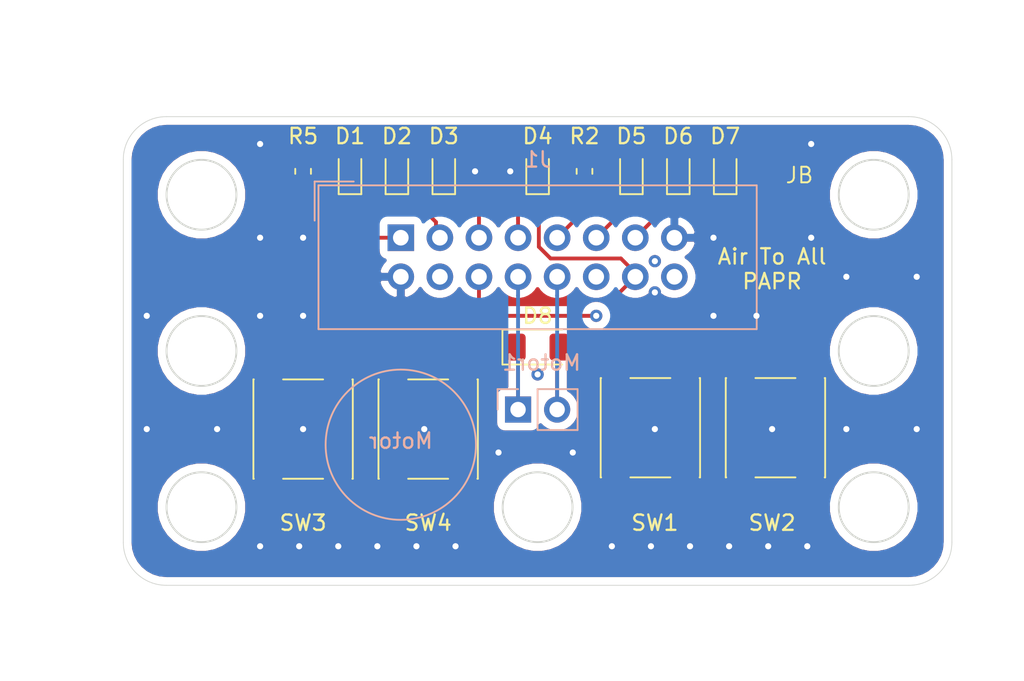
<source format=kicad_pcb>
(kicad_pcb (version 20171130) (host pcbnew "(5.1.5)-3")

  (general
    (thickness 1.6)
    (drawings 31)
    (tracks 116)
    (zones 0)
    (modules 16)
    (nets 16)
  )

  (page A4)
  (layers
    (0 F.Cu signal)
    (31 B.Cu signal)
    (32 B.Adhes user)
    (33 F.Adhes user)
    (34 B.Paste user)
    (35 F.Paste user)
    (36 B.SilkS user)
    (37 F.SilkS user)
    (38 B.Mask user)
    (39 F.Mask user)
    (40 Dwgs.User user)
    (41 Cmts.User user)
    (42 Eco1.User user)
    (43 Eco2.User user)
    (44 Edge.Cuts user)
    (45 Margin user)
    (46 B.CrtYd user)
    (47 F.CrtYd user)
    (48 B.Fab user hide)
    (49 F.Fab user hide)
  )

  (setup
    (last_trace_width 0.25)
    (user_trace_width 1.27)
    (trace_clearance 0.2)
    (zone_clearance 0.508)
    (zone_45_only no)
    (trace_min 0.2)
    (via_size 0.8)
    (via_drill 0.4)
    (via_min_size 0.4)
    (via_min_drill 0.3)
    (uvia_size 0.3)
    (uvia_drill 0.1)
    (uvias_allowed no)
    (uvia_min_size 0.2)
    (uvia_min_drill 0.1)
    (edge_width 0.05)
    (segment_width 0.2)
    (pcb_text_width 0.3)
    (pcb_text_size 1.5 1.5)
    (mod_edge_width 0.12)
    (mod_text_size 1 1)
    (mod_text_width 0.15)
    (pad_size 1.524 1.524)
    (pad_drill 0.762)
    (pad_to_mask_clearance 0.051)
    (solder_mask_min_width 0.25)
    (aux_axis_origin 0 0)
    (visible_elements 7FFFF7FF)
    (pcbplotparams
      (layerselection 0x010fc_ffffffff)
      (usegerberextensions false)
      (usegerberattributes false)
      (usegerberadvancedattributes false)
      (creategerberjobfile false)
      (excludeedgelayer true)
      (linewidth 0.100000)
      (plotframeref false)
      (viasonmask false)
      (mode 1)
      (useauxorigin false)
      (hpglpennumber 1)
      (hpglpenspeed 20)
      (hpglpendiameter 15.000000)
      (psnegative false)
      (psa4output false)
      (plotreference true)
      (plotvalue true)
      (plotinvisibletext false)
      (padsonsilk false)
      (subtractmaskfromsilk false)
      (outputformat 1)
      (mirror false)
      (drillshape 0)
      (scaleselection 1)
      (outputdirectory "../../2/"))
  )

  (net 0 "")
  (net 1 GND)
  (net 2 Down)
  (net 3 Up)
  (net 4 +5V)
  (net 5 LED5)
  (net 6 LED4)
  (net 7 LED3)
  (net 8 LED2)
  (net 9 LED1)
  (net 10 LED7)
  (net 11 LED6)
  (net 12 ON)
  (net 13 ON\*OFF)
  (net 14 Motor+)
  (net 15 Motor-)

  (net_class Default "This is the default net class."
    (clearance 0.2)
    (trace_width 0.25)
    (via_dia 0.8)
    (via_drill 0.4)
    (uvia_dia 0.3)
    (uvia_drill 0.1)
    (add_net +5V)
    (add_net Down)
    (add_net GND)
    (add_net LED1)
    (add_net LED2)
    (add_net LED3)
    (add_net LED4)
    (add_net LED5)
    (add_net LED6)
    (add_net LED7)
    (add_net Motor+)
    (add_net Motor-)
    (add_net ON)
    (add_net ON\*OFF)
    (add_net Up)
  )

  (module Connector_IDC:IDC-Header_2x08_P2.54mm_Vertical (layer B.Cu) (tedit 59DE0341) (tstamp 5EFF88FC)
    (at 181.864 58.674 270)
    (descr "Through hole straight IDC box header, 2x08, 2.54mm pitch, double rows")
    (tags "Through hole IDC box header THT 2x08 2.54mm double row")
    (path /5EB458C0)
    (fp_text reference J1 (at -5.08 -8.89) (layer B.SilkS)
      (effects (font (size 1 1) (thickness 0.15)) (justify mirror))
    )
    (fp_text value Front_panel_control (at 1.27 -24.384 270) (layer B.Fab)
      (effects (font (size 1 1) (thickness 0.15)) (justify mirror))
    )
    (fp_line (start -3.655 5.6) (end -1.115 5.6) (layer B.SilkS) (width 0.12))
    (fp_line (start -3.655 5.6) (end -3.655 3.06) (layer B.SilkS) (width 0.12))
    (fp_line (start -3.405 5.35) (end 5.945 5.35) (layer B.SilkS) (width 0.12))
    (fp_line (start -3.405 -23.13) (end -3.405 5.35) (layer B.SilkS) (width 0.12))
    (fp_line (start 5.945 -23.13) (end -3.405 -23.13) (layer B.SilkS) (width 0.12))
    (fp_line (start 5.945 5.35) (end 5.945 -23.13) (layer B.SilkS) (width 0.12))
    (fp_line (start -3.41 5.35) (end 5.95 5.35) (layer B.CrtYd) (width 0.05))
    (fp_line (start -3.41 -23.13) (end -3.41 5.35) (layer B.CrtYd) (width 0.05))
    (fp_line (start 5.95 -23.13) (end -3.41 -23.13) (layer B.CrtYd) (width 0.05))
    (fp_line (start 5.95 5.35) (end 5.95 -23.13) (layer B.CrtYd) (width 0.05))
    (fp_line (start -3.155 -22.88) (end -2.605 -22.32) (layer B.Fab) (width 0.1))
    (fp_line (start -3.155 5.1) (end -2.605 4.56) (layer B.Fab) (width 0.1))
    (fp_line (start 5.695 -22.88) (end 5.145 -22.32) (layer B.Fab) (width 0.1))
    (fp_line (start 5.695 5.1) (end 5.145 4.56) (layer B.Fab) (width 0.1))
    (fp_line (start 5.145 -22.32) (end -2.605 -22.32) (layer B.Fab) (width 0.1))
    (fp_line (start 5.695 -22.88) (end -3.155 -22.88) (layer B.Fab) (width 0.1))
    (fp_line (start 5.145 4.56) (end -2.605 4.56) (layer B.Fab) (width 0.1))
    (fp_line (start 5.695 5.1) (end -3.155 5.1) (layer B.Fab) (width 0.1))
    (fp_line (start -2.605 -11.14) (end -3.155 -11.14) (layer B.Fab) (width 0.1))
    (fp_line (start -2.605 -6.64) (end -3.155 -6.64) (layer B.Fab) (width 0.1))
    (fp_line (start -2.605 -11.14) (end -2.605 -22.32) (layer B.Fab) (width 0.1))
    (fp_line (start -2.605 4.56) (end -2.605 -6.64) (layer B.Fab) (width 0.1))
    (fp_line (start -3.155 5.1) (end -3.155 -22.88) (layer B.Fab) (width 0.1))
    (fp_line (start 5.145 4.56) (end 5.145 -22.32) (layer B.Fab) (width 0.1))
    (fp_line (start 5.695 5.1) (end 5.695 -22.88) (layer B.Fab) (width 0.1))
    (fp_text user %R (at 1.27 -8.89 270) (layer B.Fab)
      (effects (font (size 1 1) (thickness 0.15)) (justify mirror))
    )
    (pad 16 thru_hole oval (at 2.54 -17.78 270) (size 1.7272 1.7272) (drill 1.016) (layers *.Cu *.Mask)
      (net 4 +5V))
    (pad 15 thru_hole oval (at 0 -17.78 270) (size 1.7272 1.7272) (drill 1.016) (layers *.Cu *.Mask)
      (net 1 GND))
    (pad 14 thru_hole oval (at 2.54 -15.24 270) (size 1.7272 1.7272) (drill 1.016) (layers *.Cu *.Mask)
      (net 2 Down))
    (pad 13 thru_hole oval (at 0 -15.24 270) (size 1.7272 1.7272) (drill 1.016) (layers *.Cu *.Mask)
      (net 10 LED7))
    (pad 12 thru_hole oval (at 2.54 -12.7 270) (size 1.7272 1.7272) (drill 1.016) (layers *.Cu *.Mask)
      (net 13 ON\*OFF))
    (pad 11 thru_hole oval (at 0 -12.7 270) (size 1.7272 1.7272) (drill 1.016) (layers *.Cu *.Mask)
      (net 11 LED6))
    (pad 10 thru_hole oval (at 2.54 -10.16 270) (size 1.7272 1.7272) (drill 1.016) (layers *.Cu *.Mask)
      (net 15 Motor-))
    (pad 9 thru_hole oval (at 0 -10.16 270) (size 1.7272 1.7272) (drill 1.016) (layers *.Cu *.Mask)
      (net 5 LED5))
    (pad 8 thru_hole oval (at 2.54 -7.62 270) (size 1.7272 1.7272) (drill 1.016) (layers *.Cu *.Mask)
      (net 14 Motor+))
    (pad 7 thru_hole oval (at 0 -7.62 270) (size 1.7272 1.7272) (drill 1.016) (layers *.Cu *.Mask)
      (net 6 LED4))
    (pad 6 thru_hole oval (at 2.54 -5.08 270) (size 1.7272 1.7272) (drill 1.016) (layers *.Cu *.Mask)
      (net 12 ON))
    (pad 5 thru_hole oval (at 0 -5.08 270) (size 1.7272 1.7272) (drill 1.016) (layers *.Cu *.Mask)
      (net 7 LED3))
    (pad 4 thru_hole oval (at 2.54 -2.54 270) (size 1.7272 1.7272) (drill 1.016) (layers *.Cu *.Mask)
      (net 3 Up))
    (pad 3 thru_hole oval (at 0 -2.54 270) (size 1.7272 1.7272) (drill 1.016) (layers *.Cu *.Mask)
      (net 8 LED2))
    (pad 2 thru_hole oval (at 2.54 0 270) (size 1.7272 1.7272) (drill 1.016) (layers *.Cu *.Mask)
      (net 1 GND))
    (pad 1 thru_hole rect (at 0 0 270) (size 1.7272 1.7272) (drill 1.016) (layers *.Cu *.Mask)
      (net 9 LED1))
    (model ${KISYS3DMOD}/Connector_IDC.3dshapes/IDC-Header_2x08_P2.54mm_Vertical.wrl
      (at (xyz 0 0 0))
      (scale (xyz 1 1 1))
      (rotate (xyz 0 0 0))
    )
  )

  (module Button_Switch_SMD:SW_SPST_PTS645 (layer F.Cu) (tedit 5A02FC95) (tstamp 5EFEEFF5)
    (at 183.642 71.12 270)
    (descr "C&K Components SPST SMD PTS645 Series 6mm Tact Switch")
    (tags "SPST Button Switch")
    (path /5EAB9325)
    (attr smd)
    (fp_text reference SW4 (at 6.096 0 180) (layer F.SilkS)
      (effects (font (size 1 1) (thickness 0.15)))
    )
    (fp_text value Power_off (at 0 4.15 90) (layer F.Fab)
      (effects (font (size 1 1) (thickness 0.15)))
    )
    (fp_circle (center 0 0) (end 1.75 -0.05) (layer F.Fab) (width 0.1))
    (fp_line (start -3.23 3.23) (end 3.23 3.23) (layer F.SilkS) (width 0.12))
    (fp_line (start -3.23 -1.3) (end -3.23 1.3) (layer F.SilkS) (width 0.12))
    (fp_line (start -3.23 -3.23) (end 3.23 -3.23) (layer F.SilkS) (width 0.12))
    (fp_line (start 3.23 -1.3) (end 3.23 1.3) (layer F.SilkS) (width 0.12))
    (fp_line (start -3.23 -3.2) (end -3.23 -3.23) (layer F.SilkS) (width 0.12))
    (fp_line (start -3.23 3.23) (end -3.23 3.2) (layer F.SilkS) (width 0.12))
    (fp_line (start 3.23 3.23) (end 3.23 3.2) (layer F.SilkS) (width 0.12))
    (fp_line (start 3.23 -3.23) (end 3.23 -3.2) (layer F.SilkS) (width 0.12))
    (fp_line (start -5.05 -3.4) (end 5.05 -3.4) (layer F.CrtYd) (width 0.05))
    (fp_line (start -5.05 3.4) (end 5.05 3.4) (layer F.CrtYd) (width 0.05))
    (fp_line (start -5.05 -3.4) (end -5.05 3.4) (layer F.CrtYd) (width 0.05))
    (fp_line (start 5.05 3.4) (end 5.05 -3.4) (layer F.CrtYd) (width 0.05))
    (fp_line (start 3 -3) (end -3 -3) (layer F.Fab) (width 0.1))
    (fp_line (start 3 3) (end 3 -3) (layer F.Fab) (width 0.1))
    (fp_line (start -3 3) (end 3 3) (layer F.Fab) (width 0.1))
    (fp_line (start -3 -3) (end -3 3) (layer F.Fab) (width 0.1))
    (fp_text user %R (at 0 -4.05 90) (layer F.Fab)
      (effects (font (size 1 1) (thickness 0.15)))
    )
    (pad 2 smd rect (at 3.98 2.25 270) (size 1.55 1.3) (layers F.Cu F.Paste F.Mask)
      (net 13 ON\*OFF))
    (pad 1 smd rect (at 3.98 -2.25 270) (size 1.55 1.3) (layers F.Cu F.Paste F.Mask)
      (net 1 GND))
    (pad 1 smd rect (at -3.98 -2.25 270) (size 1.55 1.3) (layers F.Cu F.Paste F.Mask)
      (net 1 GND))
    (pad 2 smd rect (at -3.98 2.25 270) (size 1.55 1.3) (layers F.Cu F.Paste F.Mask)
      (net 13 ON\*OFF))
    (model ${KISYS3DMOD}/Button_Switch_SMD.3dshapes/SW_SPST_PTS645.wrl
      (at (xyz 0 0 0))
      (scale (xyz 1 1 1))
      (rotate (xyz 0 0 0))
    )
  )

  (module Button_Switch_SMD:SW_SPST_PTS645 (layer F.Cu) (tedit 5A02FC95) (tstamp 5EFEEFDC)
    (at 175.514 71.12 270)
    (descr "C&K Components SPST SMD PTS645 Series 6mm Tact Switch")
    (tags "SPST Button Switch")
    (path /5EAA574F)
    (attr smd)
    (fp_text reference SW3 (at 6.096 0 180) (layer F.SilkS)
      (effects (font (size 1 1) (thickness 0.15)))
    )
    (fp_text value Power_On (at 0 4.15 90) (layer F.Fab)
      (effects (font (size 1 1) (thickness 0.15)))
    )
    (fp_circle (center 0 0) (end 1.75 -0.05) (layer F.Fab) (width 0.1))
    (fp_line (start -3.23 3.23) (end 3.23 3.23) (layer F.SilkS) (width 0.12))
    (fp_line (start -3.23 -1.3) (end -3.23 1.3) (layer F.SilkS) (width 0.12))
    (fp_line (start -3.23 -3.23) (end 3.23 -3.23) (layer F.SilkS) (width 0.12))
    (fp_line (start 3.23 -1.3) (end 3.23 1.3) (layer F.SilkS) (width 0.12))
    (fp_line (start -3.23 -3.2) (end -3.23 -3.23) (layer F.SilkS) (width 0.12))
    (fp_line (start -3.23 3.23) (end -3.23 3.2) (layer F.SilkS) (width 0.12))
    (fp_line (start 3.23 3.23) (end 3.23 3.2) (layer F.SilkS) (width 0.12))
    (fp_line (start 3.23 -3.23) (end 3.23 -3.2) (layer F.SilkS) (width 0.12))
    (fp_line (start -5.05 -3.4) (end 5.05 -3.4) (layer F.CrtYd) (width 0.05))
    (fp_line (start -5.05 3.4) (end 5.05 3.4) (layer F.CrtYd) (width 0.05))
    (fp_line (start -5.05 -3.4) (end -5.05 3.4) (layer F.CrtYd) (width 0.05))
    (fp_line (start 5.05 3.4) (end 5.05 -3.4) (layer F.CrtYd) (width 0.05))
    (fp_line (start 3 -3) (end -3 -3) (layer F.Fab) (width 0.1))
    (fp_line (start 3 3) (end 3 -3) (layer F.Fab) (width 0.1))
    (fp_line (start -3 3) (end 3 3) (layer F.Fab) (width 0.1))
    (fp_line (start -3 -3) (end -3 3) (layer F.Fab) (width 0.1))
    (fp_text user %R (at 0 -4.05 90) (layer F.Fab)
      (effects (font (size 1 1) (thickness 0.15)))
    )
    (pad 2 smd rect (at 3.98 2.25 270) (size 1.55 1.3) (layers F.Cu F.Paste F.Mask)
      (net 12 ON))
    (pad 1 smd rect (at 3.98 -2.25 270) (size 1.55 1.3) (layers F.Cu F.Paste F.Mask)
      (net 13 ON\*OFF))
    (pad 1 smd rect (at -3.98 -2.25 270) (size 1.55 1.3) (layers F.Cu F.Paste F.Mask)
      (net 13 ON\*OFF))
    (pad 2 smd rect (at -3.98 2.25 270) (size 1.55 1.3) (layers F.Cu F.Paste F.Mask)
      (net 12 ON))
    (model ${KISYS3DMOD}/Button_Switch_SMD.3dshapes/SW_SPST_PTS645.wrl
      (at (xyz 0 0 0))
      (scale (xyz 1 1 1))
      (rotate (xyz 0 0 0))
    )
  )

  (module Button_Switch_SMD:SW_SPST_PTS645 (layer F.Cu) (tedit 5A02FC95) (tstamp 5EFEEFC3)
    (at 206.212 71.031 90)
    (descr "C&K Components SPST SMD PTS645 Series 6mm Tact Switch")
    (tags "SPST Button Switch")
    (path /5EABAB46)
    (attr smd)
    (fp_text reference SW2 (at -6.185 -0.218 180) (layer F.SilkS)
      (effects (font (size 1 1) (thickness 0.15)))
    )
    (fp_text value Fan_Up (at 0 4.15 90) (layer F.Fab)
      (effects (font (size 1 1) (thickness 0.15)))
    )
    (fp_circle (center 0 0) (end 1.75 -0.05) (layer F.Fab) (width 0.1))
    (fp_line (start -3.23 3.23) (end 3.23 3.23) (layer F.SilkS) (width 0.12))
    (fp_line (start -3.23 -1.3) (end -3.23 1.3) (layer F.SilkS) (width 0.12))
    (fp_line (start -3.23 -3.23) (end 3.23 -3.23) (layer F.SilkS) (width 0.12))
    (fp_line (start 3.23 -1.3) (end 3.23 1.3) (layer F.SilkS) (width 0.12))
    (fp_line (start -3.23 -3.2) (end -3.23 -3.23) (layer F.SilkS) (width 0.12))
    (fp_line (start -3.23 3.23) (end -3.23 3.2) (layer F.SilkS) (width 0.12))
    (fp_line (start 3.23 3.23) (end 3.23 3.2) (layer F.SilkS) (width 0.12))
    (fp_line (start 3.23 -3.23) (end 3.23 -3.2) (layer F.SilkS) (width 0.12))
    (fp_line (start -5.05 -3.4) (end 5.05 -3.4) (layer F.CrtYd) (width 0.05))
    (fp_line (start -5.05 3.4) (end 5.05 3.4) (layer F.CrtYd) (width 0.05))
    (fp_line (start -5.05 -3.4) (end -5.05 3.4) (layer F.CrtYd) (width 0.05))
    (fp_line (start 5.05 3.4) (end 5.05 -3.4) (layer F.CrtYd) (width 0.05))
    (fp_line (start 3 -3) (end -3 -3) (layer F.Fab) (width 0.1))
    (fp_line (start 3 3) (end 3 -3) (layer F.Fab) (width 0.1))
    (fp_line (start -3 3) (end 3 3) (layer F.Fab) (width 0.1))
    (fp_line (start -3 -3) (end -3 3) (layer F.Fab) (width 0.1))
    (fp_text user %R (at 0 -4.05 90) (layer F.Fab)
      (effects (font (size 1 1) (thickness 0.15)))
    )
    (pad 2 smd rect (at 3.98 2.25 90) (size 1.55 1.3) (layers F.Cu F.Paste F.Mask)
      (net 3 Up))
    (pad 1 smd rect (at 3.98 -2.25 90) (size 1.55 1.3) (layers F.Cu F.Paste F.Mask)
      (net 1 GND))
    (pad 1 smd rect (at -3.98 -2.25 90) (size 1.55 1.3) (layers F.Cu F.Paste F.Mask)
      (net 1 GND))
    (pad 2 smd rect (at -3.98 2.25 90) (size 1.55 1.3) (layers F.Cu F.Paste F.Mask)
      (net 3 Up))
    (model ${KISYS3DMOD}/Button_Switch_SMD.3dshapes/SW_SPST_PTS645.wrl
      (at (xyz 0 0 0))
      (scale (xyz 1 1 1))
      (rotate (xyz 0 0 0))
    )
  )

  (module Button_Switch_SMD:SW_SPST_PTS645 (layer F.Cu) (tedit 5A02FC95) (tstamp 5EFEEFAA)
    (at 198.084 71.031 270)
    (descr "C&K Components SPST SMD PTS645 Series 6mm Tact Switch")
    (tags "SPST Button Switch")
    (path /5EAB9CD6)
    (attr smd)
    (fp_text reference SW1 (at 6.185 -0.29 180) (layer F.SilkS)
      (effects (font (size 1 1) (thickness 0.15)))
    )
    (fp_text value Fan_Down (at 0 4.15 90) (layer F.Fab)
      (effects (font (size 1 1) (thickness 0.15)))
    )
    (fp_circle (center 0 0) (end 1.75 -0.05) (layer F.Fab) (width 0.1))
    (fp_line (start -3.23 3.23) (end 3.23 3.23) (layer F.SilkS) (width 0.12))
    (fp_line (start -3.23 -1.3) (end -3.23 1.3) (layer F.SilkS) (width 0.12))
    (fp_line (start -3.23 -3.23) (end 3.23 -3.23) (layer F.SilkS) (width 0.12))
    (fp_line (start 3.23 -1.3) (end 3.23 1.3) (layer F.SilkS) (width 0.12))
    (fp_line (start -3.23 -3.2) (end -3.23 -3.23) (layer F.SilkS) (width 0.12))
    (fp_line (start -3.23 3.23) (end -3.23 3.2) (layer F.SilkS) (width 0.12))
    (fp_line (start 3.23 3.23) (end 3.23 3.2) (layer F.SilkS) (width 0.12))
    (fp_line (start 3.23 -3.23) (end 3.23 -3.2) (layer F.SilkS) (width 0.12))
    (fp_line (start -5.05 -3.4) (end 5.05 -3.4) (layer F.CrtYd) (width 0.05))
    (fp_line (start -5.05 3.4) (end 5.05 3.4) (layer F.CrtYd) (width 0.05))
    (fp_line (start -5.05 -3.4) (end -5.05 3.4) (layer F.CrtYd) (width 0.05))
    (fp_line (start 5.05 3.4) (end 5.05 -3.4) (layer F.CrtYd) (width 0.05))
    (fp_line (start 3 -3) (end -3 -3) (layer F.Fab) (width 0.1))
    (fp_line (start 3 3) (end 3 -3) (layer F.Fab) (width 0.1))
    (fp_line (start -3 3) (end 3 3) (layer F.Fab) (width 0.1))
    (fp_line (start -3 -3) (end -3 3) (layer F.Fab) (width 0.1))
    (fp_text user %R (at 0 -4.05 90) (layer F.Fab)
      (effects (font (size 1 1) (thickness 0.15)))
    )
    (pad 2 smd rect (at 3.98 2.25 270) (size 1.55 1.3) (layers F.Cu F.Paste F.Mask)
      (net 2 Down))
    (pad 1 smd rect (at 3.98 -2.25 270) (size 1.55 1.3) (layers F.Cu F.Paste F.Mask)
      (net 1 GND))
    (pad 1 smd rect (at -3.98 -2.25 270) (size 1.55 1.3) (layers F.Cu F.Paste F.Mask)
      (net 1 GND))
    (pad 2 smd rect (at -3.98 2.25 270) (size 1.55 1.3) (layers F.Cu F.Paste F.Mask)
      (net 2 Down))
    (model ${KISYS3DMOD}/Button_Switch_SMD.3dshapes/SW_SPST_PTS645.wrl
      (at (xyz 0 0 0))
      (scale (xyz 1 1 1))
      (rotate (xyz 0 0 0))
    )
  )

  (module Diode_SMD:D_1206_3216Metric (layer F.Cu) (tedit 5B301BBE) (tstamp 5EFEE03C)
    (at 190.754 65.786)
    (descr "Diode SMD 1206 (3216 Metric), square (rectangular) end terminal, IPC_7351 nominal, (Body size source: http://www.tortai-tech.com/upload/download/2011102023233369053.pdf), generated with kicad-footprint-generator")
    (tags diode)
    (path /5F009E7E)
    (attr smd)
    (fp_text reference D8 (at 0 -2.032) (layer F.SilkS)
      (effects (font (size 1 1) (thickness 0.15)))
    )
    (fp_text value 1N914 (at 0 1.82) (layer F.Fab)
      (effects (font (size 1 1) (thickness 0.15)))
    )
    (fp_line (start 1.6 -0.8) (end -1.2 -0.8) (layer F.Fab) (width 0.1))
    (fp_line (start -1.2 -0.8) (end -1.6 -0.4) (layer F.Fab) (width 0.1))
    (fp_line (start -1.6 -0.4) (end -1.6 0.8) (layer F.Fab) (width 0.1))
    (fp_line (start -1.6 0.8) (end 1.6 0.8) (layer F.Fab) (width 0.1))
    (fp_line (start 1.6 0.8) (end 1.6 -0.8) (layer F.Fab) (width 0.1))
    (fp_line (start 1.6 -1.135) (end -2.285 -1.135) (layer F.SilkS) (width 0.12))
    (fp_line (start -2.285 -1.135) (end -2.285 1.135) (layer F.SilkS) (width 0.12))
    (fp_line (start -2.285 1.135) (end 1.6 1.135) (layer F.SilkS) (width 0.12))
    (fp_line (start -2.28 1.12) (end -2.28 -1.12) (layer F.CrtYd) (width 0.05))
    (fp_line (start -2.28 -1.12) (end 2.28 -1.12) (layer F.CrtYd) (width 0.05))
    (fp_line (start 2.28 -1.12) (end 2.28 1.12) (layer F.CrtYd) (width 0.05))
    (fp_line (start 2.28 1.12) (end -2.28 1.12) (layer F.CrtYd) (width 0.05))
    (fp_text user %R (at 0 0) (layer F.Fab)
      (effects (font (size 0.8 0.8) (thickness 0.12)))
    )
    (pad 1 smd roundrect (at -1.4 0) (size 1.25 1.75) (layers F.Cu F.Paste F.Mask) (roundrect_rratio 0.2)
      (net 14 Motor+))
    (pad 2 smd roundrect (at 1.4 0) (size 1.25 1.75) (layers F.Cu F.Paste F.Mask) (roundrect_rratio 0.2)
      (net 15 Motor-))
    (model ${KISYS3DMOD}/Diode_SMD.3dshapes/D_1206_3216Metric.wrl
      (at (xyz 0 0 0))
      (scale (xyz 1 1 1))
      (rotate (xyz 0 0 0))
    )
  )

  (module LED_SMD:LED_0603_1608Metric (layer F.Cu) (tedit 5B301BBE) (tstamp 5EFEC505)
    (at 178.562 54.356 90)
    (descr "LED SMD 0603 (1608 Metric), square (rectangular) end terminal, IPC_7351 nominal, (Body size source: http://www.tortai-tech.com/upload/download/2011102023233369053.pdf), generated with kicad-footprint-generator")
    (tags diode)
    (path /5EAC1FBE)
    (attr smd)
    (fp_text reference D1 (at 2.286 0 180) (layer F.SilkS)
      (effects (font (size 1 1) (thickness 0.15)))
    )
    (fp_text value LED (at 0 1.43 90) (layer F.Fab)
      (effects (font (size 1 1) (thickness 0.15)))
    )
    (fp_line (start 0.8 -0.4) (end -0.5 -0.4) (layer F.Fab) (width 0.1))
    (fp_line (start -0.5 -0.4) (end -0.8 -0.1) (layer F.Fab) (width 0.1))
    (fp_line (start -0.8 -0.1) (end -0.8 0.4) (layer F.Fab) (width 0.1))
    (fp_line (start -0.8 0.4) (end 0.8 0.4) (layer F.Fab) (width 0.1))
    (fp_line (start 0.8 0.4) (end 0.8 -0.4) (layer F.Fab) (width 0.1))
    (fp_line (start 0.8 -0.735) (end -1.485 -0.735) (layer F.SilkS) (width 0.12))
    (fp_line (start -1.485 -0.735) (end -1.485 0.735) (layer F.SilkS) (width 0.12))
    (fp_line (start -1.485 0.735) (end 0.8 0.735) (layer F.SilkS) (width 0.12))
    (fp_line (start -1.48 0.73) (end -1.48 -0.73) (layer F.CrtYd) (width 0.05))
    (fp_line (start -1.48 -0.73) (end 1.48 -0.73) (layer F.CrtYd) (width 0.05))
    (fp_line (start 1.48 -0.73) (end 1.48 0.73) (layer F.CrtYd) (width 0.05))
    (fp_line (start 1.48 0.73) (end -1.48 0.73) (layer F.CrtYd) (width 0.05))
    (fp_text user %R (at 0 0 90) (layer F.Fab)
      (effects (font (size 0.4 0.4) (thickness 0.06)))
    )
    (pad 1 smd roundrect (at -0.7875 0 90) (size 0.875 0.95) (layers F.Cu F.Paste F.Mask) (roundrect_rratio 0.25)
      (net 9 LED1))
    (pad 2 smd roundrect (at 0.7875 0 90) (size 0.875 0.95) (layers F.Cu F.Paste F.Mask) (roundrect_rratio 0.25)
      (net 4 +5V))
    (model ${KISYS3DMOD}/LED_SMD.3dshapes/LED_0603_1608Metric.wrl
      (at (xyz 0 0 0))
      (scale (xyz 1 1 1))
      (rotate (xyz 0 0 0))
    )
  )

  (module LED_SMD:LED_0603_1608Metric (layer F.Cu) (tedit 5B301BBE) (tstamp 5EFEC517)
    (at 181.61 54.356 90)
    (descr "LED SMD 0603 (1608 Metric), square (rectangular) end terminal, IPC_7351 nominal, (Body size source: http://www.tortai-tech.com/upload/download/2011102023233369053.pdf), generated with kicad-footprint-generator")
    (tags diode)
    (path /5EB21ED9)
    (attr smd)
    (fp_text reference D2 (at 2.286 0 180) (layer F.SilkS)
      (effects (font (size 1 1) (thickness 0.15)))
    )
    (fp_text value LED (at 0 1.43 90) (layer F.Fab)
      (effects (font (size 1 1) (thickness 0.15)))
    )
    (fp_line (start 0.8 -0.4) (end -0.5 -0.4) (layer F.Fab) (width 0.1))
    (fp_line (start -0.5 -0.4) (end -0.8 -0.1) (layer F.Fab) (width 0.1))
    (fp_line (start -0.8 -0.1) (end -0.8 0.4) (layer F.Fab) (width 0.1))
    (fp_line (start -0.8 0.4) (end 0.8 0.4) (layer F.Fab) (width 0.1))
    (fp_line (start 0.8 0.4) (end 0.8 -0.4) (layer F.Fab) (width 0.1))
    (fp_line (start 0.8 -0.735) (end -1.485 -0.735) (layer F.SilkS) (width 0.12))
    (fp_line (start -1.485 -0.735) (end -1.485 0.735) (layer F.SilkS) (width 0.12))
    (fp_line (start -1.485 0.735) (end 0.8 0.735) (layer F.SilkS) (width 0.12))
    (fp_line (start -1.48 0.73) (end -1.48 -0.73) (layer F.CrtYd) (width 0.05))
    (fp_line (start -1.48 -0.73) (end 1.48 -0.73) (layer F.CrtYd) (width 0.05))
    (fp_line (start 1.48 -0.73) (end 1.48 0.73) (layer F.CrtYd) (width 0.05))
    (fp_line (start 1.48 0.73) (end -1.48 0.73) (layer F.CrtYd) (width 0.05))
    (fp_text user %R (at 0 0 90) (layer F.Fab)
      (effects (font (size 0.4 0.4) (thickness 0.06)))
    )
    (pad 1 smd roundrect (at -0.7875 0 90) (size 0.875 0.95) (layers F.Cu F.Paste F.Mask) (roundrect_rratio 0.25)
      (net 8 LED2))
    (pad 2 smd roundrect (at 0.7875 0 90) (size 0.875 0.95) (layers F.Cu F.Paste F.Mask) (roundrect_rratio 0.25)
      (net 4 +5V))
    (model ${KISYS3DMOD}/LED_SMD.3dshapes/LED_0603_1608Metric.wrl
      (at (xyz 0 0 0))
      (scale (xyz 1 1 1))
      (rotate (xyz 0 0 0))
    )
  )

  (module LED_SMD:LED_0603_1608Metric (layer F.Cu) (tedit 5B301BBE) (tstamp 5EFEC529)
    (at 184.658 54.356 90)
    (descr "LED SMD 0603 (1608 Metric), square (rectangular) end terminal, IPC_7351 nominal, (Body size source: http://www.tortai-tech.com/upload/download/2011102023233369053.pdf), generated with kicad-footprint-generator")
    (tags diode)
    (path /5EAC3768)
    (attr smd)
    (fp_text reference D3 (at 2.286 0 180) (layer F.SilkS)
      (effects (font (size 1 1) (thickness 0.15)))
    )
    (fp_text value LED (at 0 1.43 90) (layer F.Fab)
      (effects (font (size 1 1) (thickness 0.15)))
    )
    (fp_line (start 0.8 -0.4) (end -0.5 -0.4) (layer F.Fab) (width 0.1))
    (fp_line (start -0.5 -0.4) (end -0.8 -0.1) (layer F.Fab) (width 0.1))
    (fp_line (start -0.8 -0.1) (end -0.8 0.4) (layer F.Fab) (width 0.1))
    (fp_line (start -0.8 0.4) (end 0.8 0.4) (layer F.Fab) (width 0.1))
    (fp_line (start 0.8 0.4) (end 0.8 -0.4) (layer F.Fab) (width 0.1))
    (fp_line (start 0.8 -0.735) (end -1.485 -0.735) (layer F.SilkS) (width 0.12))
    (fp_line (start -1.485 -0.735) (end -1.485 0.735) (layer F.SilkS) (width 0.12))
    (fp_line (start -1.485 0.735) (end 0.8 0.735) (layer F.SilkS) (width 0.12))
    (fp_line (start -1.48 0.73) (end -1.48 -0.73) (layer F.CrtYd) (width 0.05))
    (fp_line (start -1.48 -0.73) (end 1.48 -0.73) (layer F.CrtYd) (width 0.05))
    (fp_line (start 1.48 -0.73) (end 1.48 0.73) (layer F.CrtYd) (width 0.05))
    (fp_line (start 1.48 0.73) (end -1.48 0.73) (layer F.CrtYd) (width 0.05))
    (fp_text user %R (at 0 0 90) (layer F.Fab)
      (effects (font (size 0.4 0.4) (thickness 0.06)))
    )
    (pad 1 smd roundrect (at -0.7875 0 90) (size 0.875 0.95) (layers F.Cu F.Paste F.Mask) (roundrect_rratio 0.25)
      (net 7 LED3))
    (pad 2 smd roundrect (at 0.7875 0 90) (size 0.875 0.95) (layers F.Cu F.Paste F.Mask) (roundrect_rratio 0.25)
      (net 4 +5V))
    (model ${KISYS3DMOD}/LED_SMD.3dshapes/LED_0603_1608Metric.wrl
      (at (xyz 0 0 0))
      (scale (xyz 1 1 1))
      (rotate (xyz 0 0 0))
    )
  )

  (module LED_SMD:LED_0603_1608Metric (layer F.Cu) (tedit 5B301BBE) (tstamp 5EFEC53B)
    (at 190.754 54.356 90)
    (descr "LED SMD 0603 (1608 Metric), square (rectangular) end terminal, IPC_7351 nominal, (Body size source: http://www.tortai-tech.com/upload/download/2011102023233369053.pdf), generated with kicad-footprint-generator")
    (tags diode)
    (path /5EAC3762)
    (attr smd)
    (fp_text reference D4 (at 2.286 0 180) (layer F.SilkS)
      (effects (font (size 1 1) (thickness 0.15)))
    )
    (fp_text value LED (at 0 1.43 90) (layer F.Fab)
      (effects (font (size 1 1) (thickness 0.15)))
    )
    (fp_text user %R (at 0 0 90) (layer F.Fab)
      (effects (font (size 0.4 0.4) (thickness 0.06)))
    )
    (fp_line (start 1.48 0.73) (end -1.48 0.73) (layer F.CrtYd) (width 0.05))
    (fp_line (start 1.48 -0.73) (end 1.48 0.73) (layer F.CrtYd) (width 0.05))
    (fp_line (start -1.48 -0.73) (end 1.48 -0.73) (layer F.CrtYd) (width 0.05))
    (fp_line (start -1.48 0.73) (end -1.48 -0.73) (layer F.CrtYd) (width 0.05))
    (fp_line (start -1.485 0.735) (end 0.8 0.735) (layer F.SilkS) (width 0.12))
    (fp_line (start -1.485 -0.735) (end -1.485 0.735) (layer F.SilkS) (width 0.12))
    (fp_line (start 0.8 -0.735) (end -1.485 -0.735) (layer F.SilkS) (width 0.12))
    (fp_line (start 0.8 0.4) (end 0.8 -0.4) (layer F.Fab) (width 0.1))
    (fp_line (start -0.8 0.4) (end 0.8 0.4) (layer F.Fab) (width 0.1))
    (fp_line (start -0.8 -0.1) (end -0.8 0.4) (layer F.Fab) (width 0.1))
    (fp_line (start -0.5 -0.4) (end -0.8 -0.1) (layer F.Fab) (width 0.1))
    (fp_line (start 0.8 -0.4) (end -0.5 -0.4) (layer F.Fab) (width 0.1))
    (pad 2 smd roundrect (at 0.7875 0 90) (size 0.875 0.95) (layers F.Cu F.Paste F.Mask) (roundrect_rratio 0.25)
      (net 4 +5V))
    (pad 1 smd roundrect (at -0.7875 0 90) (size 0.875 0.95) (layers F.Cu F.Paste F.Mask) (roundrect_rratio 0.25)
      (net 6 LED4))
    (model ${KISYS3DMOD}/LED_SMD.3dshapes/LED_0603_1608Metric.wrl
      (at (xyz 0 0 0))
      (scale (xyz 1 1 1))
      (rotate (xyz 0 0 0))
    )
  )

  (module LED_SMD:LED_0603_1608Metric (layer F.Cu) (tedit 5B301BBE) (tstamp 5EFEC54D)
    (at 196.85 54.356 90)
    (descr "LED SMD 0603 (1608 Metric), square (rectangular) end terminal, IPC_7351 nominal, (Body size source: http://www.tortai-tech.com/upload/download/2011102023233369053.pdf), generated with kicad-footprint-generator")
    (tags diode)
    (path /5EAC2A27)
    (attr smd)
    (fp_text reference D5 (at 2.286 0 180) (layer F.SilkS)
      (effects (font (size 1 1) (thickness 0.15)))
    )
    (fp_text value LED (at 0 1.43 90) (layer F.Fab)
      (effects (font (size 1 1) (thickness 0.15)))
    )
    (fp_line (start 0.8 -0.4) (end -0.5 -0.4) (layer F.Fab) (width 0.1))
    (fp_line (start -0.5 -0.4) (end -0.8 -0.1) (layer F.Fab) (width 0.1))
    (fp_line (start -0.8 -0.1) (end -0.8 0.4) (layer F.Fab) (width 0.1))
    (fp_line (start -0.8 0.4) (end 0.8 0.4) (layer F.Fab) (width 0.1))
    (fp_line (start 0.8 0.4) (end 0.8 -0.4) (layer F.Fab) (width 0.1))
    (fp_line (start 0.8 -0.735) (end -1.485 -0.735) (layer F.SilkS) (width 0.12))
    (fp_line (start -1.485 -0.735) (end -1.485 0.735) (layer F.SilkS) (width 0.12))
    (fp_line (start -1.485 0.735) (end 0.8 0.735) (layer F.SilkS) (width 0.12))
    (fp_line (start -1.48 0.73) (end -1.48 -0.73) (layer F.CrtYd) (width 0.05))
    (fp_line (start -1.48 -0.73) (end 1.48 -0.73) (layer F.CrtYd) (width 0.05))
    (fp_line (start 1.48 -0.73) (end 1.48 0.73) (layer F.CrtYd) (width 0.05))
    (fp_line (start 1.48 0.73) (end -1.48 0.73) (layer F.CrtYd) (width 0.05))
    (fp_text user %R (at 0 0 90) (layer F.Fab)
      (effects (font (size 0.4 0.4) (thickness 0.06)))
    )
    (pad 1 smd roundrect (at -0.7875 0 90) (size 0.875 0.95) (layers F.Cu F.Paste F.Mask) (roundrect_rratio 0.25)
      (net 5 LED5))
    (pad 2 smd roundrect (at 0.7875 0 90) (size 0.875 0.95) (layers F.Cu F.Paste F.Mask) (roundrect_rratio 0.25)
      (net 4 +5V))
    (model ${KISYS3DMOD}/LED_SMD.3dshapes/LED_0603_1608Metric.wrl
      (at (xyz 0 0 0))
      (scale (xyz 1 1 1))
      (rotate (xyz 0 0 0))
    )
  )

  (module LED_SMD:LED_0603_1608Metric (layer F.Cu) (tedit 5B301BBE) (tstamp 5EFEC55F)
    (at 199.898 54.356 90)
    (descr "LED SMD 0603 (1608 Metric), square (rectangular) end terminal, IPC_7351 nominal, (Body size source: http://www.tortai-tech.com/upload/download/2011102023233369053.pdf), generated with kicad-footprint-generator")
    (tags diode)
    (path /5EAC2A21)
    (attr smd)
    (fp_text reference D6 (at 2.286 0 180) (layer F.SilkS)
      (effects (font (size 1 1) (thickness 0.15)))
    )
    (fp_text value LED (at 0 1.43 90) (layer F.Fab)
      (effects (font (size 1 1) (thickness 0.15)))
    )
    (fp_text user %R (at 0 0 90) (layer F.Fab)
      (effects (font (size 0.4 0.4) (thickness 0.06)))
    )
    (fp_line (start 1.48 0.73) (end -1.48 0.73) (layer F.CrtYd) (width 0.05))
    (fp_line (start 1.48 -0.73) (end 1.48 0.73) (layer F.CrtYd) (width 0.05))
    (fp_line (start -1.48 -0.73) (end 1.48 -0.73) (layer F.CrtYd) (width 0.05))
    (fp_line (start -1.48 0.73) (end -1.48 -0.73) (layer F.CrtYd) (width 0.05))
    (fp_line (start -1.485 0.735) (end 0.8 0.735) (layer F.SilkS) (width 0.12))
    (fp_line (start -1.485 -0.735) (end -1.485 0.735) (layer F.SilkS) (width 0.12))
    (fp_line (start 0.8 -0.735) (end -1.485 -0.735) (layer F.SilkS) (width 0.12))
    (fp_line (start 0.8 0.4) (end 0.8 -0.4) (layer F.Fab) (width 0.1))
    (fp_line (start -0.8 0.4) (end 0.8 0.4) (layer F.Fab) (width 0.1))
    (fp_line (start -0.8 -0.1) (end -0.8 0.4) (layer F.Fab) (width 0.1))
    (fp_line (start -0.5 -0.4) (end -0.8 -0.1) (layer F.Fab) (width 0.1))
    (fp_line (start 0.8 -0.4) (end -0.5 -0.4) (layer F.Fab) (width 0.1))
    (pad 2 smd roundrect (at 0.7875 0 90) (size 0.875 0.95) (layers F.Cu F.Paste F.Mask) (roundrect_rratio 0.25)
      (net 4 +5V))
    (pad 1 smd roundrect (at -0.7875 0 90) (size 0.875 0.95) (layers F.Cu F.Paste F.Mask) (roundrect_rratio 0.25)
      (net 11 LED6))
    (model ${KISYS3DMOD}/LED_SMD.3dshapes/LED_0603_1608Metric.wrl
      (at (xyz 0 0 0))
      (scale (xyz 1 1 1))
      (rotate (xyz 0 0 0))
    )
  )

  (module LED_SMD:LED_0603_1608Metric (layer F.Cu) (tedit 5B301BBE) (tstamp 5EFEC571)
    (at 202.946 54.356 90)
    (descr "LED SMD 0603 (1608 Metric), square (rectangular) end terminal, IPC_7351 nominal, (Body size source: http://www.tortai-tech.com/upload/download/2011102023233369053.pdf), generated with kicad-footprint-generator")
    (tags diode)
    (path /5EB21EDF)
    (attr smd)
    (fp_text reference D7 (at 2.286 0 180) (layer F.SilkS)
      (effects (font (size 1 1) (thickness 0.15)))
    )
    (fp_text value Fault (at 0 1.43 90) (layer F.Fab)
      (effects (font (size 1 1) (thickness 0.15)))
    )
    (fp_text user %R (at 0 0 90) (layer F.Fab)
      (effects (font (size 0.4 0.4) (thickness 0.06)))
    )
    (fp_line (start 1.48 0.73) (end -1.48 0.73) (layer F.CrtYd) (width 0.05))
    (fp_line (start 1.48 -0.73) (end 1.48 0.73) (layer F.CrtYd) (width 0.05))
    (fp_line (start -1.48 -0.73) (end 1.48 -0.73) (layer F.CrtYd) (width 0.05))
    (fp_line (start -1.48 0.73) (end -1.48 -0.73) (layer F.CrtYd) (width 0.05))
    (fp_line (start -1.485 0.735) (end 0.8 0.735) (layer F.SilkS) (width 0.12))
    (fp_line (start -1.485 -0.735) (end -1.485 0.735) (layer F.SilkS) (width 0.12))
    (fp_line (start 0.8 -0.735) (end -1.485 -0.735) (layer F.SilkS) (width 0.12))
    (fp_line (start 0.8 0.4) (end 0.8 -0.4) (layer F.Fab) (width 0.1))
    (fp_line (start -0.8 0.4) (end 0.8 0.4) (layer F.Fab) (width 0.1))
    (fp_line (start -0.8 -0.1) (end -0.8 0.4) (layer F.Fab) (width 0.1))
    (fp_line (start -0.5 -0.4) (end -0.8 -0.1) (layer F.Fab) (width 0.1))
    (fp_line (start 0.8 -0.4) (end -0.5 -0.4) (layer F.Fab) (width 0.1))
    (pad 2 smd roundrect (at 0.7875 0 90) (size 0.875 0.95) (layers F.Cu F.Paste F.Mask) (roundrect_rratio 0.25)
      (net 4 +5V))
    (pad 1 smd roundrect (at -0.7875 0 90) (size 0.875 0.95) (layers F.Cu F.Paste F.Mask) (roundrect_rratio 0.25)
      (net 10 LED7))
    (model ${KISYS3DMOD}/LED_SMD.3dshapes/LED_0603_1608Metric.wrl
      (at (xyz 0 0 0))
      (scale (xyz 1 1 1))
      (rotate (xyz 0 0 0))
    )
  )

  (module Resistor_SMD:R_0603_1608Metric (layer F.Cu) (tedit 5B301BBD) (tstamp 5EFEC583)
    (at 193.802 54.356 90)
    (descr "Resistor SMD 0603 (1608 Metric), square (rectangular) end terminal, IPC_7351 nominal, (Body size source: http://www.tortai-tech.com/upload/download/2011102023233369053.pdf), generated with kicad-footprint-generator")
    (tags resistor)
    (path /5EB58C97)
    (attr smd)
    (fp_text reference R2 (at 2.286 0 180) (layer F.SilkS)
      (effects (font (size 1 1) (thickness 0.15)))
    )
    (fp_text value 100k (at 0 1.43 90) (layer F.Fab)
      (effects (font (size 1 1) (thickness 0.15)))
    )
    (fp_text user %R (at 0 0 90) (layer F.Fab)
      (effects (font (size 0.4 0.4) (thickness 0.06)))
    )
    (fp_line (start 1.48 0.73) (end -1.48 0.73) (layer F.CrtYd) (width 0.05))
    (fp_line (start 1.48 -0.73) (end 1.48 0.73) (layer F.CrtYd) (width 0.05))
    (fp_line (start -1.48 -0.73) (end 1.48 -0.73) (layer F.CrtYd) (width 0.05))
    (fp_line (start -1.48 0.73) (end -1.48 -0.73) (layer F.CrtYd) (width 0.05))
    (fp_line (start -0.162779 0.51) (end 0.162779 0.51) (layer F.SilkS) (width 0.12))
    (fp_line (start -0.162779 -0.51) (end 0.162779 -0.51) (layer F.SilkS) (width 0.12))
    (fp_line (start 0.8 0.4) (end -0.8 0.4) (layer F.Fab) (width 0.1))
    (fp_line (start 0.8 -0.4) (end 0.8 0.4) (layer F.Fab) (width 0.1))
    (fp_line (start -0.8 -0.4) (end 0.8 -0.4) (layer F.Fab) (width 0.1))
    (fp_line (start -0.8 0.4) (end -0.8 -0.4) (layer F.Fab) (width 0.1))
    (pad 2 smd roundrect (at 0.7875 0 90) (size 0.875 0.95) (layers F.Cu F.Paste F.Mask) (roundrect_rratio 0.25)
      (net 4 +5V))
    (pad 1 smd roundrect (at -0.7875 0 90) (size 0.875 0.95) (layers F.Cu F.Paste F.Mask) (roundrect_rratio 0.25)
      (net 2 Down))
    (model ${KISYS3DMOD}/Resistor_SMD.3dshapes/R_0603_1608Metric.wrl
      (at (xyz 0 0 0))
      (scale (xyz 1 1 1))
      (rotate (xyz 0 0 0))
    )
  )

  (module Resistor_SMD:R_0603_1608Metric (layer F.Cu) (tedit 5B301BBD) (tstamp 5EFEC593)
    (at 175.514 54.356 90)
    (descr "Resistor SMD 0603 (1608 Metric), square (rectangular) end terminal, IPC_7351 nominal, (Body size source: http://www.tortai-tech.com/upload/download/2011102023233369053.pdf), generated with kicad-footprint-generator")
    (tags resistor)
    (path /5EB5A575)
    (attr smd)
    (fp_text reference R5 (at 2.286 0 180) (layer F.SilkS)
      (effects (font (size 1 1) (thickness 0.15)))
    )
    (fp_text value 100k (at 0 1.43 90) (layer F.Fab)
      (effects (font (size 1 1) (thickness 0.15)))
    )
    (fp_line (start -0.8 0.4) (end -0.8 -0.4) (layer F.Fab) (width 0.1))
    (fp_line (start -0.8 -0.4) (end 0.8 -0.4) (layer F.Fab) (width 0.1))
    (fp_line (start 0.8 -0.4) (end 0.8 0.4) (layer F.Fab) (width 0.1))
    (fp_line (start 0.8 0.4) (end -0.8 0.4) (layer F.Fab) (width 0.1))
    (fp_line (start -0.162779 -0.51) (end 0.162779 -0.51) (layer F.SilkS) (width 0.12))
    (fp_line (start -0.162779 0.51) (end 0.162779 0.51) (layer F.SilkS) (width 0.12))
    (fp_line (start -1.48 0.73) (end -1.48 -0.73) (layer F.CrtYd) (width 0.05))
    (fp_line (start -1.48 -0.73) (end 1.48 -0.73) (layer F.CrtYd) (width 0.05))
    (fp_line (start 1.48 -0.73) (end 1.48 0.73) (layer F.CrtYd) (width 0.05))
    (fp_line (start 1.48 0.73) (end -1.48 0.73) (layer F.CrtYd) (width 0.05))
    (fp_text user %R (at 0 0 90) (layer F.Fab)
      (effects (font (size 0.4 0.4) (thickness 0.06)))
    )
    (pad 1 smd roundrect (at -0.7875 0 90) (size 0.875 0.95) (layers F.Cu F.Paste F.Mask) (roundrect_rratio 0.25)
      (net 3 Up))
    (pad 2 smd roundrect (at 0.7875 0 90) (size 0.875 0.95) (layers F.Cu F.Paste F.Mask) (roundrect_rratio 0.25)
      (net 4 +5V))
    (model ${KISYS3DMOD}/Resistor_SMD.3dshapes/R_0603_1608Metric.wrl
      (at (xyz 0 0 0))
      (scale (xyz 1 1 1))
      (rotate (xyz 0 0 0))
    )
  )

  (module Connector_PinHeader_2.54mm:PinHeader_1x02_P2.54mm_Vertical (layer B.Cu) (tedit 59FED5CC) (tstamp 5EFEE052)
    (at 189.484 69.85 270)
    (descr "Through hole straight pin header, 1x02, 2.54mm pitch, single row")
    (tags "Through hole pin header THT 1x02 2.54mm single row")
    (path /5F01F584)
    (fp_text reference Motor1 (at -3.048 -1.524) (layer B.SilkS)
      (effects (font (size 1 1) (thickness 0.15)) (justify mirror))
    )
    (fp_text value Conn_01x02_Male (at 0 -4.87 270) (layer B.Fab)
      (effects (font (size 1 1) (thickness 0.15)) (justify mirror))
    )
    (fp_line (start -0.635 1.27) (end 1.27 1.27) (layer B.Fab) (width 0.1))
    (fp_line (start 1.27 1.27) (end 1.27 -3.81) (layer B.Fab) (width 0.1))
    (fp_line (start 1.27 -3.81) (end -1.27 -3.81) (layer B.Fab) (width 0.1))
    (fp_line (start -1.27 -3.81) (end -1.27 0.635) (layer B.Fab) (width 0.1))
    (fp_line (start -1.27 0.635) (end -0.635 1.27) (layer B.Fab) (width 0.1))
    (fp_line (start -1.33 -3.87) (end 1.33 -3.87) (layer B.SilkS) (width 0.12))
    (fp_line (start -1.33 -1.27) (end -1.33 -3.87) (layer B.SilkS) (width 0.12))
    (fp_line (start 1.33 -1.27) (end 1.33 -3.87) (layer B.SilkS) (width 0.12))
    (fp_line (start -1.33 -1.27) (end 1.33 -1.27) (layer B.SilkS) (width 0.12))
    (fp_line (start -1.33 0) (end -1.33 1.33) (layer B.SilkS) (width 0.12))
    (fp_line (start -1.33 1.33) (end 0 1.33) (layer B.SilkS) (width 0.12))
    (fp_line (start -1.8 1.8) (end -1.8 -4.35) (layer B.CrtYd) (width 0.05))
    (fp_line (start -1.8 -4.35) (end 1.8 -4.35) (layer B.CrtYd) (width 0.05))
    (fp_line (start 1.8 -4.35) (end 1.8 1.8) (layer B.CrtYd) (width 0.05))
    (fp_line (start 1.8 1.8) (end -1.8 1.8) (layer B.CrtYd) (width 0.05))
    (fp_text user %R (at 0 -1.27) (layer B.Fab)
      (effects (font (size 1 1) (thickness 0.15)) (justify mirror))
    )
    (pad 1 thru_hole rect (at 0 0 270) (size 1.7 1.7) (drill 1) (layers *.Cu *.Mask)
      (net 14 Motor+))
    (pad 2 thru_hole oval (at 0 -2.54 270) (size 1.7 1.7) (drill 1) (layers *.Cu *.Mask)
      (net 15 Motor-))
  )

  (gr_text Motor (at 181.864 71.882) (layer B.SilkS)
    (effects (font (size 1 1) (thickness 0.15)) (justify mirror))
  )
  (gr_circle (center 181.864 72.136) (end 184.15 76.454) (layer B.SilkS) (width 0.12))
  (dimension 4.54369 (width 0.15) (layer Margin)
    (gr_text "4.544 mm" (at 221.01 76.2 90) (layer Margin)
      (effects (font (size 1 1) (thickness 0.15)))
    )
    (feature1 (pts (xy 212.598 73.928155) (xy 220.296421 73.928155)))
    (feature2 (pts (xy 212.598 78.471845) (xy 220.296421 78.471845)))
    (crossbar (pts (xy 219.71 78.471845) (xy 219.71 73.928155)))
    (arrow1a (pts (xy 219.71 73.928155) (xy 220.296421 75.054659)))
    (arrow1b (pts (xy 219.71 73.928155) (xy 219.123579 75.054659)))
    (arrow2a (pts (xy 219.71 78.471845) (xy 220.296421 77.345341)))
    (arrow2b (pts (xy 219.71 78.471845) (xy 219.123579 77.345341)))
  )
  (dimension 48.768 (width 0.15) (layer Margin)
    (gr_text "48.768 mm" (at 188.214 88.168) (layer Margin)
      (effects (font (size 1 1) (thickness 0.15)))
    )
    (feature1 (pts (xy 212.598 76.2) (xy 212.598 87.454421)))
    (feature2 (pts (xy 163.83 76.2) (xy 163.83 87.454421)))
    (crossbar (pts (xy 163.83 86.868) (xy 212.598 86.868)))
    (arrow1a (pts (xy 212.598 86.868) (xy 211.471496 87.454421)))
    (arrow1b (pts (xy 212.598 86.868) (xy 211.471496 86.281579)))
    (arrow2a (pts (xy 163.83 86.868) (xy 164.956504 87.454421)))
    (arrow2b (pts (xy 163.83 86.868) (xy 164.956504 86.281579)))
  )
  (dimension 26.924 (width 0.15) (layer Margin)
    (gr_text "26.924 mm" (at 177.292 85.882) (layer Margin)
      (effects (font (size 1 1) (thickness 0.15)))
    )
    (feature1 (pts (xy 190.754 76.2) (xy 190.754 85.168421)))
    (feature2 (pts (xy 163.83 76.2) (xy 163.83 85.168421)))
    (crossbar (pts (xy 163.83 84.582) (xy 190.754 84.582)))
    (arrow1a (pts (xy 190.754 84.582) (xy 189.627496 85.168421)))
    (arrow1b (pts (xy 190.754 84.582) (xy 189.627496 83.995579)))
    (arrow2a (pts (xy 163.83 84.582) (xy 164.956504 85.168421)))
    (arrow2b (pts (xy 163.83 84.582) (xy 164.956504 83.995579)))
  )
  (dimension 10.16 (width 0.15) (layer Margin)
    (gr_text "10.160 mm" (at 159.736 71.12 90) (layer Margin)
      (effects (font (size 1 1) (thickness 0.15)))
    )
    (feature1 (pts (xy 161.798 66.04) (xy 160.449579 66.04)))
    (feature2 (pts (xy 161.798 76.2) (xy 160.449579 76.2)))
    (crossbar (pts (xy 161.036 76.2) (xy 161.036 66.04)))
    (arrow1a (pts (xy 161.036 66.04) (xy 161.622421 67.166504)))
    (arrow1b (pts (xy 161.036 66.04) (xy 160.449579 67.166504)))
    (arrow2a (pts (xy 161.036 76.2) (xy 161.622421 75.073496)))
    (arrow2b (pts (xy 161.036 76.2) (xy 160.449579 75.073496)))
  )
  (dimension 5.08 (width 0.15) (layer Margin)
    (gr_text "5.080 mm" (at 160.498 78.74 90) (layer Margin)
      (effects (font (size 1 1) (thickness 0.15)))
    )
    (feature1 (pts (xy 163.83 76.2) (xy 161.211579 76.2)))
    (feature2 (pts (xy 163.83 81.28) (xy 161.211579 81.28)))
    (crossbar (pts (xy 161.798 81.28) (xy 161.798 76.2)))
    (arrow1a (pts (xy 161.798 76.2) (xy 162.384421 77.326504)))
    (arrow1b (pts (xy 161.798 76.2) (xy 161.211579 77.326504)))
    (arrow2a (pts (xy 161.798 81.28) (xy 162.384421 80.153496)))
    (arrow2b (pts (xy 161.798 81.28) (xy 161.211579 80.153496)))
  )
  (dimension 10.16 (width 0.15) (layer Margin)
    (gr_text "10.160 mm" (at 162.335999 60.96 270) (layer Margin)
      (effects (font (size 1 1) (thickness 0.15)))
    )
    (feature1 (pts (xy 160.782 66.04) (xy 161.62242 66.04)))
    (feature2 (pts (xy 160.782 55.88) (xy 161.62242 55.88)))
    (crossbar (pts (xy 161.035999 55.88) (xy 161.035999 66.04)))
    (arrow1a (pts (xy 161.035999 66.04) (xy 160.449578 64.913496)))
    (arrow1b (pts (xy 161.035999 66.04) (xy 161.62242 64.913496)))
    (arrow2a (pts (xy 161.035999 55.88) (xy 160.449578 57.006504)))
    (arrow2b (pts (xy 161.035999 55.88) (xy 161.62242 57.006504)))
  )
  (dimension 5.08 (width 0.15) (layer Margin)
    (gr_text "5.080 mm" (at 159.482 53.34 270) (layer Margin)
      (effects (font (size 1 1) (thickness 0.15)))
    )
    (feature1 (pts (xy 163.83 55.88) (xy 160.195579 55.88)))
    (feature2 (pts (xy 163.83 50.8) (xy 160.195579 50.8)))
    (crossbar (pts (xy 160.782 50.8) (xy 160.782 55.88)))
    (arrow1a (pts (xy 160.782 55.88) (xy 160.195579 54.753496)))
    (arrow1b (pts (xy 160.782 55.88) (xy 161.368421 54.753496)))
    (arrow2a (pts (xy 160.782 50.8) (xy 160.195579 51.926504)))
    (arrow2b (pts (xy 160.782 50.8) (xy 161.368421 51.926504)))
  )
  (dimension 48.768 (width 0.15) (layer Margin)
    (gr_text "48.768 mm" (at 193.294 47.214) (layer Margin)
      (effects (font (size 1 1) (thickness 0.15)))
    )
    (feature1 (pts (xy 217.678 48.768) (xy 217.678 47.927579)))
    (feature2 (pts (xy 168.91 48.768) (xy 168.91 47.927579)))
    (crossbar (pts (xy 168.91 48.514) (xy 217.678 48.514)))
    (arrow1a (pts (xy 217.678 48.514) (xy 216.551496 49.100421)))
    (arrow1b (pts (xy 217.678 48.514) (xy 216.551496 47.927579)))
    (arrow2a (pts (xy 168.91 48.514) (xy 170.036504 49.100421)))
    (arrow2b (pts (xy 168.91 48.514) (xy 170.036504 47.927579)))
  )
  (dimension 5.08 (width 0.15) (layer Margin)
    (gr_text "5.080 mm" (at 166.37 47.468) (layer Margin)
      (effects (font (size 1 1) (thickness 0.15)))
    )
    (feature1 (pts (xy 168.91 50.8) (xy 168.91 48.181579)))
    (feature2 (pts (xy 163.83 50.8) (xy 163.83 48.181579)))
    (crossbar (pts (xy 163.83 48.768) (xy 168.91 48.768)))
    (arrow1a (pts (xy 168.91 48.768) (xy 167.783496 49.354421)))
    (arrow1b (pts (xy 168.91 48.768) (xy 167.783496 48.181579)))
    (arrow2a (pts (xy 163.83 48.768) (xy 164.956504 49.354421)))
    (arrow2b (pts (xy 163.83 48.768) (xy 164.956504 48.181579)))
  )
  (dimension 53.848 (width 0.15) (layer Margin)
    (gr_text "53.848 mm" (at 190.754 43.912) (layer Margin)
      (effects (font (size 1 1) (thickness 0.15)))
    )
    (feature1 (pts (xy 163.83 50.8) (xy 163.83 44.625579)))
    (feature2 (pts (xy 217.678 50.8) (xy 217.678 44.625579)))
    (crossbar (pts (xy 217.678 45.212) (xy 163.83 45.212)))
    (arrow1a (pts (xy 163.83 45.212) (xy 164.956504 44.625579)))
    (arrow1b (pts (xy 163.83 45.212) (xy 164.956504 45.798421)))
    (arrow2a (pts (xy 217.678 45.212) (xy 216.551496 44.625579)))
    (arrow2b (pts (xy 217.678 45.212) (xy 216.551496 45.798421)))
  )
  (gr_text "Front Panel V2\n07/02/2020" (at 168.656 61.214) (layer F.Cu)
    (effects (font (size 0.5 0.5) (thickness 0.125)))
  )
  (gr_circle (center 168.91 66.04) (end 171.181845 66.04) (layer Edge.Cuts) (width 0.12) (tstamp 5EFED68F))
  (gr_circle (center 212.598 66.04) (end 214.869845 66.04) (layer Edge.Cuts) (width 0.12) (tstamp 5EFED68F))
  (gr_circle (center 190.754 76.2) (end 193.025845 76.2) (layer Edge.Cuts) (width 0.12) (tstamp 5EFED68F))
  (gr_circle (center 168.91 55.88) (end 171.181845 55.88) (layer Edge.Cuts) (width 0.12) (tstamp 5EFED68F))
  (gr_circle (center 168.91 76.2) (end 171.181845 76.2) (layer Edge.Cuts) (width 0.12) (tstamp 5EFED68F))
  (gr_circle (center 212.598 76.2) (end 214.869845 76.2) (layer Edge.Cuts) (width 0.12) (tstamp 5EFED68F))
  (gr_circle (center 212.598 55.88) (end 214.869845 55.88) (layer Edge.Cuts) (width 0.12))
  (gr_text JB (at 207.772 54.61) (layer F.SilkS)
    (effects (font (size 1.016 1.016) (thickness 0.127)))
  )
  (gr_text JB (at 207.772 54.61) (layer F.Cu)
    (effects (font (size 1.016 1.016) (thickness 0.127)))
  )
  (gr_text "Air To All\nPAPR" (at 205.994 60.706) (layer F.SilkS)
    (effects (font (size 1 1) (thickness 0.15)))
  )
  (gr_arc (start 214.884 53.594) (end 217.678 53.594) (angle -90) (layer Edge.Cuts) (width 0.05) (tstamp 5EAE7C2D))
  (gr_arc (start 214.884 78.486) (end 214.884 81.28) (angle -90) (layer Edge.Cuts) (width 0.05) (tstamp 5EAE7C2D))
  (gr_arc (start 166.624 78.486) (end 163.83 78.486) (angle -90) (layer Edge.Cuts) (width 0.05) (tstamp 5EAE7C24))
  (gr_arc (start 166.624 53.594) (end 166.624 50.8) (angle -90) (layer Edge.Cuts) (width 0.05))
  (gr_line (start 166.624 50.8) (end 214.884 50.8) (layer Edge.Cuts) (width 0.05) (tstamp 5EAD4177))
  (gr_line (start 163.83 78.486) (end 163.83 53.594) (layer Edge.Cuts) (width 0.05))
  (gr_line (start 214.884 81.28) (end 166.624 81.28) (layer Edge.Cuts) (width 0.05))
  (gr_line (start 217.678 53.594) (end 217.678 78.486) (layer Edge.Cuts) (width 0.05))

  (via (at 199.644 58.674) (size 0.8) (drill 0.4) (layers F.Cu B.Cu) (net 1))
  (via (at 172.72 52.578) (size 0.8) (drill 0.4) (layers F.Cu B.Cu) (net 1))
  (via (at 172.72 58.674) (size 0.8) (drill 0.4) (layers F.Cu B.Cu) (net 1))
  (via (at 175.514 58.674) (size 0.8) (drill 0.4) (layers F.Cu B.Cu) (net 1))
  (via (at 175.514 71.12) (size 0.8) (drill 0.4) (layers F.Cu B.Cu) (net 1))
  (via (at 183.388 71.12) (size 0.8) (drill 0.4) (layers F.Cu B.Cu) (net 1))
  (via (at 198.374 71.12) (size 0.8) (drill 0.4) (layers F.Cu B.Cu) (net 1))
  (via (at 205.994 71.12) (size 0.8) (drill 0.4) (layers F.Cu B.Cu) (net 1))
  (via (at 165.354 71.12) (size 0.8) (drill 0.4) (layers F.Cu B.Cu) (net 1))
  (via (at 169.926 71.12) (size 0.8) (drill 0.4) (layers F.Cu B.Cu) (net 1))
  (via (at 210.82 71.12) (size 0.8) (drill 0.4) (layers F.Cu B.Cu) (net 1))
  (via (at 215.392 71.12) (size 0.8) (drill 0.4) (layers F.Cu B.Cu) (net 1))
  (via (at 172.72 78.74) (size 0.8) (drill 0.4) (layers F.Cu B.Cu) (net 1))
  (via (at 175.26 78.74) (size 0.8) (drill 0.4) (layers F.Cu B.Cu) (net 1))
  (via (at 177.8 78.74) (size 0.8) (drill 0.4) (layers F.Cu B.Cu) (net 1))
  (via (at 180.34 78.74) (size 0.8) (drill 0.4) (layers F.Cu B.Cu) (net 1))
  (via (at 182.88 78.74) (size 0.8) (drill 0.4) (layers F.Cu B.Cu) (net 1))
  (via (at 185.42 78.74) (size 0.8) (drill 0.4) (layers F.Cu B.Cu) (net 1))
  (via (at 195.58 78.74) (size 0.8) (drill 0.4) (layers F.Cu B.Cu) (net 1))
  (via (at 198.12 78.74) (size 0.8) (drill 0.4) (layers F.Cu B.Cu) (net 1))
  (via (at 200.66 78.74) (size 0.8) (drill 0.4) (layers F.Cu B.Cu) (net 1))
  (via (at 203.2 78.74) (size 0.8) (drill 0.4) (layers F.Cu B.Cu) (net 1))
  (via (at 205.74 78.74) (size 0.8) (drill 0.4) (layers F.Cu B.Cu) (net 1))
  (via (at 208.28 78.74) (size 0.8) (drill 0.4) (layers F.Cu B.Cu) (net 1))
  (via (at 186.69 54.356) (size 0.8) (drill 0.4) (layers F.Cu B.Cu) (net 1))
  (via (at 188.976 54.356) (size 0.8) (drill 0.4) (layers F.Cu B.Cu) (net 1))
  (via (at 175.514 63.754) (size 0.8) (drill 0.4) (layers F.Cu B.Cu) (net 1))
  (via (at 204.978 63.754) (size 0.8) (drill 0.4) (layers F.Cu B.Cu) (net 1))
  (via (at 172.72 63.754) (size 0.8) (drill 0.4) (layers F.Cu B.Cu) (net 1))
  (via (at 208.534 58.674) (size 0.8) (drill 0.4) (layers F.Cu B.Cu) (net 1))
  (via (at 210.82 61.214) (size 0.8) (drill 0.4) (layers F.Cu B.Cu) (net 1))
  (via (at 215.392 61.214) (size 0.8) (drill 0.4) (layers F.Cu B.Cu) (net 1))
  (via (at 188.214 72.644) (size 0.8) (drill 0.4) (layers F.Cu B.Cu) (net 1))
  (via (at 193.04 72.644) (size 0.8) (drill 0.4) (layers F.Cu B.Cu) (net 1))
  (via (at 202.184 63.754) (size 0.8) (drill 0.4) (layers F.Cu B.Cu) (net 1))
  (via (at 208.534 52.578) (size 0.8) (drill 0.4) (layers F.Cu B.Cu) (net 1))
  (via (at 165.354 63.754) (size 0.8) (drill 0.4) (layers F.Cu B.Cu) (net 1))
  (via (at 198.374 60.198) (size 0.8) (drill 0.4) (layers F.Cu B.Cu) (net 1))
  (via (at 198.374 62.23) (size 0.8) (drill 0.4) (layers F.Cu B.Cu) (net 1))
  (via (at 202.184 58.674) (size 0.8) (drill 0.4) (layers F.Cu B.Cu) (net 1))
  (via (at 190.754 67.564) (size 0.8) (drill 0.4) (layers F.Cu B.Cu) (net 1))
  (segment (start 197.104 60.96) (end 197.104 61.214) (width 0.25) (layer F.Cu) (net 2))
  (segment (start 196.169399 60.025399) (end 197.104 60.96) (width 0.25) (layer F.Cu) (net 2))
  (segment (start 193.802 55.1435) (end 193.327 55.1435) (width 0.25) (layer F.Cu) (net 2))
  (segment (start 193.327 55.1435) (end 190.835399 57.635101) (width 0.25) (layer F.Cu) (net 2))
  (segment (start 190.835399 57.635101) (end 190.835399 59.263399) (width 0.25) (layer F.Cu) (net 2))
  (segment (start 190.835399 59.263399) (end 191.597399 60.025399) (width 0.25) (layer F.Cu) (net 2))
  (segment (start 191.597399 60.025399) (end 196.169399 60.025399) (width 0.25) (layer F.Cu) (net 2))
  (segment (start 195.834 62.484) (end 195.834 67.051) (width 0.25) (layer F.Cu) (net 2))
  (segment (start 197.104 61.214) (end 195.834 62.484) (width 0.25) (layer F.Cu) (net 2))
  (segment (start 208.462 67.056) (end 208.462 66.931) (width 0.25) (layer F.Cu) (net 3))
  (segment (start 175.514 55.1435) (end 175.514 55.581) (width 0.25) (layer F.Cu) (net 3))
  (segment (start 208.534 66.979) (end 208.462 67.051) (width 0.25) (layer F.Cu) (net 3))
  (segment (start 208.462 67.051) (end 208.462 75.011) (width 0.25) (layer F.Cu) (net 3))
  (segment (start 202.946 53.5685) (end 178.562 53.5685) (width 0.25) (layer F.Cu) (net 4))
  (segment (start 178.087 53.5685) (end 175.514 53.5685) (width 0.25) (layer F.Cu) (net 4))
  (segment (start 178.562 53.5685) (end 178.087 53.5685) (width 0.25) (layer F.Cu) (net 4))
  (segment (start 196.375 55.1435) (end 194.3685 57.15) (width 0.25) (layer F.Cu) (net 5))
  (segment (start 196.85 55.1435) (end 196.375 55.1435) (width 0.25) (layer F.Cu) (net 5))
  (segment (start 193.548 57.15) (end 192.024 58.674) (width 0.25) (layer F.Cu) (net 5))
  (segment (start 194.3685 57.15) (end 193.548 57.15) (width 0.25) (layer F.Cu) (net 5))
  (segment (start 189.484 57.452686) (end 189.484 58.674) (width 0.25) (layer F.Cu) (net 6))
  (segment (start 189.484 55.9385) (end 189.484 57.452686) (width 0.25) (layer F.Cu) (net 6))
  (segment (start 190.279 55.1435) (end 189.484 55.9385) (width 0.25) (layer F.Cu) (net 6))
  (segment (start 190.754 55.1435) (end 190.279 55.1435) (width 0.25) (layer F.Cu) (net 6))
  (segment (start 185.133 55.1435) (end 186.944 56.9545) (width 0.25) (layer F.Cu) (net 7))
  (segment (start 186.944 57.452686) (end 186.944 58.674) (width 0.25) (layer F.Cu) (net 7))
  (segment (start 186.944 56.9545) (end 186.944 57.452686) (width 0.25) (layer F.Cu) (net 7))
  (segment (start 184.658 55.1435) (end 185.133 55.1435) (width 0.25) (layer F.Cu) (net 7))
  (segment (start 181.61 55.1435) (end 181.61 56.134) (width 0.25) (layer F.Cu) (net 8))
  (segment (start 181.61 56.134) (end 182.372 56.896) (width 0.25) (layer F.Cu) (net 8))
  (segment (start 184.15 57.658) (end 184.15 58.42) (width 0.25) (layer F.Cu) (net 8))
  (segment (start 184.15 58.42) (end 184.404 58.674) (width 0.25) (layer F.Cu) (net 8))
  (segment (start 182.372 56.896) (end 183.388 56.896) (width 0.25) (layer F.Cu) (net 8))
  (segment (start 183.388 56.896) (end 184.15 57.658) (width 0.25) (layer F.Cu) (net 8))
  (segment (start 178.562 55.1435) (end 178.562 57.912) (width 0.25) (layer F.Cu) (net 9))
  (segment (start 179.324 58.674) (end 181.864 58.674) (width 0.25) (layer F.Cu) (net 9))
  (segment (start 178.562 57.912) (end 179.324 58.674) (width 0.25) (layer F.Cu) (net 9))
  (segment (start 197.104 58.674) (end 198.628 57.15) (width 0.25) (layer F.Cu) (net 10))
  (segment (start 198.628 57.15) (end 202.438 57.15) (width 0.25) (layer F.Cu) (net 10))
  (segment (start 202.946 56.642) (end 202.946 55.1435) (width 0.25) (layer F.Cu) (net 10))
  (segment (start 202.438 57.15) (end 202.946 56.642) (width 0.25) (layer F.Cu) (net 10))
  (segment (start 194.564 58.674) (end 196.85 56.388) (width 0.25) (layer F.Cu) (net 11))
  (segment (start 196.85 56.388) (end 199.39 56.388) (width 0.25) (layer F.Cu) (net 11))
  (segment (start 199.898 55.88) (end 199.898 55.1435) (width 0.25) (layer F.Cu) (net 11))
  (segment (start 199.39 56.388) (end 199.898 55.88) (width 0.25) (layer F.Cu) (net 11))
  (segment (start 173.264 68.165) (end 173.264 75.1) (width 0.25) (layer F.Cu) (net 12))
  (segment (start 173.264 67.14) (end 173.264 68.165) (width 0.25) (layer F.Cu) (net 12))
  (segment (start 174.164 67.14) (end 177.55 63.754) (width 0.25) (layer F.Cu) (net 12))
  (segment (start 173.264 67.14) (end 174.164 67.14) (width 0.25) (layer F.Cu) (net 12))
  (segment (start 177.55 63.754) (end 186.182 63.754) (width 0.25) (layer F.Cu) (net 12))
  (segment (start 186.944 62.992) (end 186.944 61.214) (width 0.25) (layer F.Cu) (net 12))
  (segment (start 186.182 63.754) (end 186.944 62.992) (width 0.25) (layer F.Cu) (net 12))
  (via (at 194.564 63.754) (size 0.8) (drill 0.4) (layers F.Cu B.Cu) (net 13))
  (segment (start 184.615 65.997) (end 187.495 65.997) (width 0.25) (layer F.Cu) (net 13))
  (segment (start 187.495 65.997) (end 187.96 65.532) (width 0.25) (layer F.Cu) (net 13))
  (segment (start 187.96 64.516) (end 188.722 63.754) (width 0.25) (layer F.Cu) (net 13))
  (segment (start 187.96 65.532) (end 187.96 64.516) (width 0.25) (layer F.Cu) (net 13))
  (segment (start 188.722 63.754) (end 194.564 63.754) (width 0.25) (layer F.Cu) (net 13))
  (segment (start 183.472 67.14) (end 181.392 67.14) (width 0.25) (layer F.Cu) (net 13))
  (segment (start 183.599 67.013) (end 183.472 67.14) (width 0.25) (layer F.Cu) (net 13))
  (segment (start 183.599 67.013) (end 184.615 65.997) (width 0.25) (layer F.Cu) (net 13))
  (segment (start 180.492 67.14) (end 177.764 67.14) (width 0.25) (layer F.Cu) (net 13))
  (segment (start 181.392 67.14) (end 180.492 67.14) (width 0.25) (layer F.Cu) (net 13))
  (segment (start 177.764 68.165) (end 177.764 75.1) (width 0.25) (layer F.Cu) (net 13))
  (segment (start 177.764 67.14) (end 177.764 68.165) (width 0.25) (layer F.Cu) (net 13))
  (segment (start 181.392 67.14) (end 181.392 75.1) (width 0.25) (layer F.Cu) (net 13))
  (segment (start 189.738 65.972002) (end 189.745001 65.965001) (width 0.25) (layer F.Cu) (net 14))
  (segment (start 189.484 65.916) (end 189.354 65.786) (width 0.25) (layer F.Cu) (net 14))
  (segment (start 189.484 69.85) (end 189.484 65.916) (width 0.25) (layer F.Cu) (net 14))
  (segment (start 189.484 62.435314) (end 189.484 69.85) (width 0.25) (layer B.Cu) (net 14))
  (segment (start 189.484 61.214) (end 189.484 62.435314) (width 0.25) (layer B.Cu) (net 14))
  (segment (start 192.024 65.916) (end 192.154 65.786) (width 0.25) (layer F.Cu) (net 15))
  (segment (start 192.024 69.85) (end 192.024 65.916) (width 0.25) (layer F.Cu) (net 15))
  (segment (start 192.024 62.435314) (end 192.024 69.85) (width 0.25) (layer B.Cu) (net 15))
  (segment (start 192.024 61.214) (end 192.024 62.435314) (width 0.25) (layer B.Cu) (net 15))

  (zone (net 1) (net_name GND) (layer F.Cu) (tstamp 0) (hatch edge 0.508)
    (connect_pads (clearance 0.508))
    (min_thickness 0.254)
    (fill yes (arc_segments 32) (thermal_gap 0.508) (thermal_bridge_width 0.508))
    (polygon
      (pts
        (xy 217.678 81.28) (xy 163.83 81.28) (xy 163.83 50.8) (xy 217.678 50.8)
      )
    )
    (filled_polygon
      (pts
        (xy 215.297881 51.503746) (xy 215.695999 51.623945) (xy 216.063185 51.819181) (xy 216.385459 52.082022) (xy 216.650542 52.402452)
        (xy 216.848338 52.768267) (xy 216.971314 53.165537) (xy 217.018 53.609726) (xy 217.018001 78.453712) (xy 216.974254 78.899882)
        (xy 216.854055 79.297999) (xy 216.658819 79.665185) (xy 216.395977 79.987461) (xy 216.075548 80.252542) (xy 215.709731 80.450339)
        (xy 215.312461 80.573314) (xy 214.868274 80.62) (xy 166.656278 80.62) (xy 166.210118 80.576254) (xy 165.812001 80.456055)
        (xy 165.444815 80.260819) (xy 165.122539 79.997977) (xy 164.857458 79.677548) (xy 164.659661 79.311731) (xy 164.536686 78.914461)
        (xy 164.49 78.470274) (xy 164.49 75.907238) (xy 165.937537 75.907238) (xy 165.937537 76.492762) (xy 166.051768 77.067035)
        (xy 166.275838 77.607989) (xy 166.601138 78.094834) (xy 167.015166 78.508862) (xy 167.502011 78.834162) (xy 168.042965 79.058232)
        (xy 168.617238 79.172463) (xy 169.202762 79.172463) (xy 169.777035 79.058232) (xy 170.317989 78.834162) (xy 170.804834 78.508862)
        (xy 171.218862 78.094834) (xy 171.544162 77.607989) (xy 171.768232 77.067035) (xy 171.882463 76.492762) (xy 171.882463 75.907238)
        (xy 171.768232 75.332965) (xy 171.544162 74.792011) (xy 171.218862 74.305166) (xy 170.804834 73.891138) (xy 170.317989 73.565838)
        (xy 169.777035 73.341768) (xy 169.202762 73.227537) (xy 168.617238 73.227537) (xy 168.042965 73.341768) (xy 167.502011 73.565838)
        (xy 167.015166 73.891138) (xy 166.601138 74.305166) (xy 166.275838 74.792011) (xy 166.051768 75.332965) (xy 165.937537 75.907238)
        (xy 164.49 75.907238) (xy 164.49 65.747238) (xy 165.937537 65.747238) (xy 165.937537 66.332762) (xy 166.051768 66.907035)
        (xy 166.275838 67.447989) (xy 166.601138 67.934834) (xy 167.015166 68.348862) (xy 167.502011 68.674162) (xy 168.042965 68.898232)
        (xy 168.617238 69.012463) (xy 169.202762 69.012463) (xy 169.777035 68.898232) (xy 170.317989 68.674162) (xy 170.804834 68.348862)
        (xy 171.218862 67.934834) (xy 171.544162 67.447989) (xy 171.768232 66.907035) (xy 171.87605 66.365) (xy 171.975928 66.365)
        (xy 171.975928 67.915) (xy 171.988188 68.039482) (xy 172.024498 68.15918) (xy 172.083463 68.269494) (xy 172.162815 68.366185)
        (xy 172.259506 68.445537) (xy 172.36982 68.504502) (xy 172.489518 68.540812) (xy 172.504 68.542238) (xy 172.504001 73.697762)
        (xy 172.489518 73.699188) (xy 172.36982 73.735498) (xy 172.259506 73.794463) (xy 172.162815 73.873815) (xy 172.083463 73.970506)
        (xy 172.024498 74.08082) (xy 171.988188 74.200518) (xy 171.975928 74.325) (xy 171.975928 75.875) (xy 171.988188 75.999482)
        (xy 172.024498 76.11918) (xy 172.083463 76.229494) (xy 172.162815 76.326185) (xy 172.259506 76.405537) (xy 172.36982 76.464502)
        (xy 172.489518 76.500812) (xy 172.614 76.513072) (xy 173.914 76.513072) (xy 174.038482 76.500812) (xy 174.15818 76.464502)
        (xy 174.268494 76.405537) (xy 174.365185 76.326185) (xy 174.444537 76.229494) (xy 174.503502 76.11918) (xy 174.539812 75.999482)
        (xy 174.552072 75.875) (xy 174.552072 74.325) (xy 174.539812 74.200518) (xy 174.503502 74.08082) (xy 174.444537 73.970506)
        (xy 174.365185 73.873815) (xy 174.268494 73.794463) (xy 174.15818 73.735498) (xy 174.038482 73.699188) (xy 174.024 73.697762)
        (xy 174.024 68.542238) (xy 174.038482 68.540812) (xy 174.15818 68.504502) (xy 174.268494 68.445537) (xy 174.365185 68.366185)
        (xy 174.444537 68.269494) (xy 174.503502 68.15918) (xy 174.539812 68.039482) (xy 174.552072 67.915) (xy 174.552072 67.794326)
        (xy 174.588276 67.774974) (xy 174.704001 67.680001) (xy 174.727804 67.650997) (xy 177.864802 64.514) (xy 186.144678 64.514)
        (xy 186.182 64.517676) (xy 186.219322 64.514) (xy 186.219333 64.514) (xy 186.330986 64.503003) (xy 186.474247 64.459546)
        (xy 186.606276 64.388974) (xy 186.722001 64.294001) (xy 186.745803 64.264998) (xy 187.455004 63.555798) (xy 187.484001 63.532001)
        (xy 187.578974 63.416276) (xy 187.649546 63.284247) (xy 187.693003 63.140986) (xy 187.704 63.029333) (xy 187.704 63.029325)
        (xy 187.707676 62.992) (xy 187.704 62.954675) (xy 187.704 62.508535) (xy 187.899302 62.378039) (xy 188.108039 62.169302)
        (xy 188.214 62.010719) (xy 188.319961 62.169302) (xy 188.528698 62.378039) (xy 188.774147 62.542042) (xy 189.046875 62.65501)
        (xy 189.336401 62.7126) (xy 189.631599 62.7126) (xy 189.921125 62.65501) (xy 190.193853 62.542042) (xy 190.439302 62.378039)
        (xy 190.648039 62.169302) (xy 190.754 62.010719) (xy 190.859961 62.169302) (xy 191.068698 62.378039) (xy 191.314147 62.542042)
        (xy 191.586875 62.65501) (xy 191.876401 62.7126) (xy 192.171599 62.7126) (xy 192.461125 62.65501) (xy 192.733853 62.542042)
        (xy 192.979302 62.378039) (xy 193.188039 62.169302) (xy 193.294 62.010719) (xy 193.399961 62.169302) (xy 193.608698 62.378039)
        (xy 193.854147 62.542042) (xy 194.126875 62.65501) (xy 194.416401 62.7126) (xy 194.711599 62.7126) (xy 195.001125 62.65501)
        (xy 195.074 62.624824) (xy 195.074 62.849988) (xy 195.054256 62.836795) (xy 194.865898 62.758774) (xy 194.665939 62.719)
        (xy 194.462061 62.719) (xy 194.262102 62.758774) (xy 194.073744 62.836795) (xy 193.904226 62.950063) (xy 193.860289 62.994)
        (xy 188.759325 62.994) (xy 188.722 62.990324) (xy 188.684675 62.994) (xy 188.684667 62.994) (xy 188.573014 63.004997)
        (xy 188.429753 63.048454) (xy 188.297724 63.119026) (xy 188.181999 63.213999) (xy 188.158201 63.242998) (xy 187.448998 63.952201)
        (xy 187.42 63.975999) (xy 187.396202 64.004997) (xy 187.396201 64.004998) (xy 187.325026 64.091724) (xy 187.254454 64.223754)
        (xy 187.241942 64.265003) (xy 187.210998 64.367014) (xy 187.205524 64.422595) (xy 187.196324 64.516) (xy 187.200001 64.553332)
        (xy 187.2 65.217199) (xy 187.180199 65.237) (xy 184.652322 65.237) (xy 184.615 65.233324) (xy 184.577677 65.237)
        (xy 184.577667 65.237) (xy 184.466014 65.247997) (xy 184.322753 65.291454) (xy 184.190723 65.362026) (xy 184.138362 65.404998)
        (xy 184.074999 65.456999) (xy 184.051201 65.485997) (xy 183.157199 66.38) (xy 182.680072 66.38) (xy 182.680072 66.365)
        (xy 182.667812 66.240518) (xy 182.631502 66.12082) (xy 182.572537 66.010506) (xy 182.493185 65.913815) (xy 182.396494 65.834463)
        (xy 182.28618 65.775498) (xy 182.166482 65.739188) (xy 182.042 65.726928) (xy 180.742 65.726928) (xy 180.617518 65.739188)
        (xy 180.49782 65.775498) (xy 180.387506 65.834463) (xy 180.290815 65.913815) (xy 180.211463 66.010506) (xy 180.152498 66.12082)
        (xy 180.116188 66.240518) (xy 180.103928 66.365) (xy 180.103928 66.38) (xy 179.052072 66.38) (xy 179.052072 66.365)
        (xy 179.039812 66.240518) (xy 179.003502 66.12082) (xy 178.944537 66.010506) (xy 178.865185 65.913815) (xy 178.768494 65.834463)
        (xy 178.65818 65.775498) (xy 178.538482 65.739188) (xy 178.414 65.726928) (xy 177.114 65.726928) (xy 176.989518 65.739188)
        (xy 176.86982 65.775498) (xy 176.759506 65.834463) (xy 176.662815 65.913815) (xy 176.583463 66.010506) (xy 176.524498 66.12082)
        (xy 176.488188 66.240518) (xy 176.475928 66.365) (xy 176.475928 67.915) (xy 176.488188 68.039482) (xy 176.524498 68.15918)
        (xy 176.583463 68.269494) (xy 176.662815 68.366185) (xy 176.759506 68.445537) (xy 176.86982 68.504502) (xy 176.989518 68.540812)
        (xy 177.004 68.542238) (xy 177.004001 73.697762) (xy 176.989518 73.699188) (xy 176.86982 73.735498) (xy 176.759506 73.794463)
        (xy 176.662815 73.873815) (xy 176.583463 73.970506) (xy 176.524498 74.08082) (xy 176.488188 74.200518) (xy 176.475928 74.325)
        (xy 176.475928 75.875) (xy 176.488188 75.999482) (xy 176.524498 76.11918) (xy 176.583463 76.229494) (xy 176.662815 76.326185)
        (xy 176.759506 76.405537) (xy 176.86982 76.464502) (xy 176.989518 76.500812) (xy 177.114 76.513072) (xy 178.414 76.513072)
        (xy 178.538482 76.500812) (xy 178.65818 76.464502) (xy 178.768494 76.405537) (xy 178.865185 76.326185) (xy 178.944537 76.229494)
        (xy 179.003502 76.11918) (xy 179.039812 75.999482) (xy 179.052072 75.875) (xy 179.052072 74.325) (xy 179.039812 74.200518)
        (xy 179.003502 74.08082) (xy 178.944537 73.970506) (xy 178.865185 73.873815) (xy 178.768494 73.794463) (xy 178.65818 73.735498)
        (xy 178.538482 73.699188) (xy 178.524 73.697762) (xy 178.524 68.542238) (xy 178.538482 68.540812) (xy 178.65818 68.504502)
        (xy 178.768494 68.445537) (xy 178.865185 68.366185) (xy 178.944537 68.269494) (xy 179.003502 68.15918) (xy 179.039812 68.039482)
        (xy 179.052072 67.915) (xy 179.052072 67.9) (xy 180.103928 67.9) (xy 180.103928 67.915) (xy 180.116188 68.039482)
        (xy 180.152498 68.15918) (xy 180.211463 68.269494) (xy 180.290815 68.366185) (xy 180.387506 68.445537) (xy 180.49782 68.504502)
        (xy 180.617518 68.540812) (xy 180.632 68.542238) (xy 180.632001 73.697762) (xy 180.617518 73.699188) (xy 180.49782 73.735498)
        (xy 180.387506 73.794463) (xy 180.290815 73.873815) (xy 180.211463 73.970506) (xy 180.152498 74.08082) (xy 180.116188 74.200518)
        (xy 180.103928 74.325) (xy 180.103928 75.875) (xy 180.116188 75.999482) (xy 180.152498 76.11918) (xy 180.211463 76.229494)
        (xy 180.290815 76.326185) (xy 180.387506 76.405537) (xy 180.49782 76.464502) (xy 180.617518 76.500812) (xy 180.742 76.513072)
        (xy 182.042 76.513072) (xy 182.166482 76.500812) (xy 182.28618 76.464502) (xy 182.396494 76.405537) (xy 182.493185 76.326185)
        (xy 182.572537 76.229494) (xy 182.631502 76.11918) (xy 182.667812 75.999482) (xy 182.680072 75.875) (xy 184.603928 75.875)
        (xy 184.616188 75.999482) (xy 184.652498 76.11918) (xy 184.711463 76.229494) (xy 184.790815 76.326185) (xy 184.887506 76.405537)
        (xy 184.99782 76.464502) (xy 185.117518 76.500812) (xy 185.242 76.513072) (xy 185.60625 76.51) (xy 185.765 76.35125)
        (xy 185.765 75.227) (xy 186.019 75.227) (xy 186.019 76.35125) (xy 186.17775 76.51) (xy 186.542 76.513072)
        (xy 186.666482 76.500812) (xy 186.78618 76.464502) (xy 186.896494 76.405537) (xy 186.993185 76.326185) (xy 187.072537 76.229494)
        (xy 187.131502 76.11918) (xy 187.167812 75.999482) (xy 187.176896 75.907238) (xy 187.781537 75.907238) (xy 187.781537 76.492762)
        (xy 187.895768 77.067035) (xy 188.119838 77.607989) (xy 188.445138 78.094834) (xy 188.859166 78.508862) (xy 189.346011 78.834162)
        (xy 189.886965 79.058232) (xy 190.461238 79.172463) (xy 191.046762 79.172463) (xy 191.621035 79.058232) (xy 192.161989 78.834162)
        (xy 192.648834 78.508862) (xy 193.062862 78.094834) (xy 193.388162 77.607989) (xy 193.612232 77.067035) (xy 193.726463 76.492762)
        (xy 193.726463 75.907238) (xy 193.612232 75.332965) (xy 193.388162 74.792011) (xy 193.062862 74.305166) (xy 192.993696 74.236)
        (xy 194.545928 74.236) (xy 194.545928 75.786) (xy 194.558188 75.910482) (xy 194.594498 76.03018) (xy 194.653463 76.140494)
        (xy 194.732815 76.237185) (xy 194.829506 76.316537) (xy 194.93982 76.375502) (xy 195.059518 76.411812) (xy 195.184 76.424072)
        (xy 196.484 76.424072) (xy 196.608482 76.411812) (xy 196.72818 76.375502) (xy 196.838494 76.316537) (xy 196.935185 76.237185)
        (xy 197.014537 76.140494) (xy 197.073502 76.03018) (xy 197.109812 75.910482) (xy 197.122072 75.786) (xy 199.045928 75.786)
        (xy 199.058188 75.910482) (xy 199.094498 76.03018) (xy 199.153463 76.140494) (xy 199.232815 76.237185) (xy 199.329506 76.316537)
        (xy 199.43982 76.375502) (xy 199.559518 76.411812) (xy 199.684 76.424072) (xy 200.04825 76.421) (xy 200.207 76.26225)
        (xy 200.207 75.138) (xy 200.461 75.138) (xy 200.461 76.26225) (xy 200.61975 76.421) (xy 200.984 76.424072)
        (xy 201.108482 76.411812) (xy 201.22818 76.375502) (xy 201.338494 76.316537) (xy 201.435185 76.237185) (xy 201.514537 76.140494)
        (xy 201.573502 76.03018) (xy 201.609812 75.910482) (xy 201.622072 75.786) (xy 202.673928 75.786) (xy 202.686188 75.910482)
        (xy 202.722498 76.03018) (xy 202.781463 76.140494) (xy 202.860815 76.237185) (xy 202.957506 76.316537) (xy 203.06782 76.375502)
        (xy 203.187518 76.411812) (xy 203.312 76.424072) (xy 203.67625 76.421) (xy 203.835 76.26225) (xy 203.835 75.138)
        (xy 204.089 75.138) (xy 204.089 76.26225) (xy 204.24775 76.421) (xy 204.612 76.424072) (xy 204.736482 76.411812)
        (xy 204.85618 76.375502) (xy 204.966494 76.316537) (xy 205.063185 76.237185) (xy 205.142537 76.140494) (xy 205.201502 76.03018)
        (xy 205.237812 75.910482) (xy 205.250072 75.786) (xy 205.247 75.29675) (xy 205.08825 75.138) (xy 204.089 75.138)
        (xy 203.835 75.138) (xy 202.83575 75.138) (xy 202.677 75.29675) (xy 202.673928 75.786) (xy 201.622072 75.786)
        (xy 201.619 75.29675) (xy 201.46025 75.138) (xy 200.461 75.138) (xy 200.207 75.138) (xy 199.20775 75.138)
        (xy 199.049 75.29675) (xy 199.045928 75.786) (xy 197.122072 75.786) (xy 197.122072 74.236) (xy 199.045928 74.236)
        (xy 199.049 74.72525) (xy 199.20775 74.884) (xy 200.207 74.884) (xy 200.207 73.75975) (xy 200.461 73.75975)
        (xy 200.461 74.884) (xy 201.46025 74.884) (xy 201.619 74.72525) (xy 201.622072 74.236) (xy 202.673928 74.236)
        (xy 202.677 74.72525) (xy 202.83575 74.884) (xy 203.835 74.884) (xy 203.835 73.75975) (xy 204.089 73.75975)
        (xy 204.089 74.884) (xy 205.08825 74.884) (xy 205.247 74.72525) (xy 205.250072 74.236) (xy 205.237812 74.111518)
        (xy 205.201502 73.99182) (xy 205.142537 73.881506) (xy 205.063185 73.784815) (xy 204.966494 73.705463) (xy 204.85618 73.646498)
        (xy 204.736482 73.610188) (xy 204.612 73.597928) (xy 204.24775 73.601) (xy 204.089 73.75975) (xy 203.835 73.75975)
        (xy 203.67625 73.601) (xy 203.312 73.597928) (xy 203.187518 73.610188) (xy 203.06782 73.646498) (xy 202.957506 73.705463)
        (xy 202.860815 73.784815) (xy 202.781463 73.881506) (xy 202.722498 73.99182) (xy 202.686188 74.111518) (xy 202.673928 74.236)
        (xy 201.622072 74.236) (xy 201.609812 74.111518) (xy 201.573502 73.99182) (xy 201.514537 73.881506) (xy 201.435185 73.784815)
        (xy 201.338494 73.705463) (xy 201.22818 73.646498) (xy 201.108482 73.610188) (xy 200.984 73.597928) (xy 200.61975 73.601)
        (xy 200.461 73.75975) (xy 200.207 73.75975) (xy 200.04825 73.601) (xy 199.684 73.597928) (xy 199.559518 73.610188)
        (xy 199.43982 73.646498) (xy 199.329506 73.705463) (xy 199.232815 73.784815) (xy 199.153463 73.881506) (xy 199.094498 73.99182)
        (xy 199.058188 74.111518) (xy 199.045928 74.236) (xy 197.122072 74.236) (xy 197.109812 74.111518) (xy 197.073502 73.99182)
        (xy 197.014537 73.881506) (xy 196.935185 73.784815) (xy 196.838494 73.705463) (xy 196.72818 73.646498) (xy 196.608482 73.610188)
        (xy 196.484 73.597928) (xy 195.184 73.597928) (xy 195.059518 73.610188) (xy 194.93982 73.646498) (xy 194.829506 73.705463)
        (xy 194.732815 73.784815) (xy 194.653463 73.881506) (xy 194.594498 73.99182) (xy 194.558188 74.111518) (xy 194.545928 74.236)
        (xy 192.993696 74.236) (xy 192.648834 73.891138) (xy 192.161989 73.565838) (xy 191.621035 73.341768) (xy 191.046762 73.227537)
        (xy 190.461238 73.227537) (xy 189.886965 73.341768) (xy 189.346011 73.565838) (xy 188.859166 73.891138) (xy 188.445138 74.305166)
        (xy 188.119838 74.792011) (xy 187.895768 75.332965) (xy 187.781537 75.907238) (xy 187.176896 75.907238) (xy 187.180072 75.875)
        (xy 187.177 75.38575) (xy 187.01825 75.227) (xy 186.019 75.227) (xy 185.765 75.227) (xy 184.76575 75.227)
        (xy 184.607 75.38575) (xy 184.603928 75.875) (xy 182.680072 75.875) (xy 182.680072 74.325) (xy 184.603928 74.325)
        (xy 184.607 74.81425) (xy 184.76575 74.973) (xy 185.765 74.973) (xy 185.765 73.84875) (xy 186.019 73.84875)
        (xy 186.019 74.973) (xy 187.01825 74.973) (xy 187.177 74.81425) (xy 187.180072 74.325) (xy 187.167812 74.200518)
        (xy 187.131502 74.08082) (xy 187.072537 73.970506) (xy 186.993185 73.873815) (xy 186.896494 73.794463) (xy 186.78618 73.735498)
        (xy 186.666482 73.699188) (xy 186.542 73.686928) (xy 186.17775 73.69) (xy 186.019 73.84875) (xy 185.765 73.84875)
        (xy 185.60625 73.69) (xy 185.242 73.686928) (xy 185.117518 73.699188) (xy 184.99782 73.735498) (xy 184.887506 73.794463)
        (xy 184.790815 73.873815) (xy 184.711463 73.970506) (xy 184.652498 74.08082) (xy 184.616188 74.200518) (xy 184.603928 74.325)
        (xy 182.680072 74.325) (xy 182.667812 74.200518) (xy 182.631502 74.08082) (xy 182.572537 73.970506) (xy 182.493185 73.873815)
        (xy 182.396494 73.794463) (xy 182.28618 73.735498) (xy 182.166482 73.699188) (xy 182.152 73.697762) (xy 182.152 68.542238)
        (xy 182.166482 68.540812) (xy 182.28618 68.504502) (xy 182.396494 68.445537) (xy 182.493185 68.366185) (xy 182.572537 68.269494)
        (xy 182.631502 68.15918) (xy 182.667812 68.039482) (xy 182.680072 67.915) (xy 184.603928 67.915) (xy 184.616188 68.039482)
        (xy 184.652498 68.15918) (xy 184.711463 68.269494) (xy 184.790815 68.366185) (xy 184.887506 68.445537) (xy 184.99782 68.504502)
        (xy 185.117518 68.540812) (xy 185.242 68.553072) (xy 185.60625 68.55) (xy 185.765 68.39125) (xy 185.765 67.267)
        (xy 186.019 67.267) (xy 186.019 68.39125) (xy 186.17775 68.55) (xy 186.542 68.553072) (xy 186.666482 68.540812)
        (xy 186.78618 68.504502) (xy 186.896494 68.445537) (xy 186.993185 68.366185) (xy 187.072537 68.269494) (xy 187.131502 68.15918)
        (xy 187.167812 68.039482) (xy 187.180072 67.915) (xy 187.177 67.42575) (xy 187.01825 67.267) (xy 186.019 67.267)
        (xy 185.765 67.267) (xy 184.76575 67.267) (xy 184.607 67.42575) (xy 184.603928 67.915) (xy 182.680072 67.915)
        (xy 182.680072 67.9) (xy 183.434678 67.9) (xy 183.472 67.903676) (xy 183.509322 67.9) (xy 183.509333 67.9)
        (xy 183.620986 67.889003) (xy 183.764247 67.845546) (xy 183.896276 67.774974) (xy 184.012001 67.680001) (xy 184.035804 67.650997)
        (xy 184.162799 67.524002) (xy 184.719776 66.967026) (xy 184.76575 67.013) (xy 185.765 67.013) (xy 185.765 66.993)
        (xy 186.019 66.993) (xy 186.019 67.013) (xy 187.01825 67.013) (xy 187.177 66.85425) (xy 187.177611 66.757)
        (xy 187.457678 66.757) (xy 187.495 66.760676) (xy 187.532322 66.757) (xy 187.532333 66.757) (xy 187.643986 66.746003)
        (xy 187.787247 66.702546) (xy 187.919276 66.631974) (xy 188.035001 66.537001) (xy 188.058804 66.507997) (xy 188.096745 66.470056)
        (xy 188.107992 66.584254) (xy 188.158528 66.75085) (xy 188.240595 66.904386) (xy 188.351038 67.038962) (xy 188.485614 67.149405)
        (xy 188.63915 67.231472) (xy 188.724001 67.257211) (xy 188.724 68.361928) (xy 188.634 68.361928) (xy 188.509518 68.374188)
        (xy 188.38982 68.410498) (xy 188.279506 68.469463) (xy 188.182815 68.548815) (xy 188.103463 68.645506) (xy 188.044498 68.75582)
        (xy 188.008188 68.875518) (xy 187.995928 69) (xy 187.995928 70.7) (xy 188.008188 70.824482) (xy 188.044498 70.94418)
        (xy 188.103463 71.054494) (xy 188.182815 71.151185) (xy 188.279506 71.230537) (xy 188.38982 71.289502) (xy 188.509518 71.325812)
        (xy 188.634 71.338072) (xy 190.334 71.338072) (xy 190.458482 71.325812) (xy 190.57818 71.289502) (xy 190.688494 71.230537)
        (xy 190.785185 71.151185) (xy 190.864537 71.054494) (xy 190.923502 70.94418) (xy 190.945513 70.87162) (xy 191.077368 71.003475)
        (xy 191.320589 71.16599) (xy 191.590842 71.277932) (xy 191.87774 71.335) (xy 192.17026 71.335) (xy 192.457158 71.277932)
        (xy 192.727411 71.16599) (xy 192.970632 71.003475) (xy 193.177475 70.796632) (xy 193.33999 70.553411) (xy 193.451932 70.283158)
        (xy 193.509 69.99626) (xy 193.509 69.70374) (xy 193.451932 69.416842) (xy 193.33999 69.146589) (xy 193.177475 68.903368)
        (xy 192.970632 68.696525) (xy 192.784 68.571822) (xy 192.784 67.257211) (xy 192.86885 67.231472) (xy 193.022386 67.149405)
        (xy 193.156962 67.038962) (xy 193.267405 66.904386) (xy 193.349472 66.75085) (xy 193.400008 66.584254) (xy 193.417072 66.411)
        (xy 193.417072 65.161) (xy 193.400008 64.987746) (xy 193.349472 64.82115) (xy 193.267405 64.667614) (xy 193.156962 64.533038)
        (xy 193.133764 64.514) (xy 193.860289 64.514) (xy 193.904226 64.557937) (xy 194.073744 64.671205) (xy 194.262102 64.749226)
        (xy 194.462061 64.789) (xy 194.665939 64.789) (xy 194.865898 64.749226) (xy 195.054256 64.671205) (xy 195.074 64.658012)
        (xy 195.074001 65.648762) (xy 195.059518 65.650188) (xy 194.93982 65.686498) (xy 194.829506 65.745463) (xy 194.732815 65.824815)
        (xy 194.653463 65.921506) (xy 194.594498 66.03182) (xy 194.558188 66.151518) (xy 194.545928 66.276) (xy 194.545928 67.826)
        (xy 194.558188 67.950482) (xy 194.594498 68.07018) (xy 194.653463 68.180494) (xy 194.732815 68.277185) (xy 194.829506 68.356537)
        (xy 194.93982 68.415502) (xy 195.059518 68.451812) (xy 195.184 68.464072) (xy 196.484 68.464072) (xy 196.608482 68.451812)
        (xy 196.72818 68.415502) (xy 196.838494 68.356537) (xy 196.935185 68.277185) (xy 197.014537 68.180494) (xy 197.073502 68.07018)
        (xy 197.109812 67.950482) (xy 197.122072 67.826) (xy 199.045928 67.826) (xy 199.058188 67.950482) (xy 199.094498 68.07018)
        (xy 199.153463 68.180494) (xy 199.232815 68.277185) (xy 199.329506 68.356537) (xy 199.43982 68.415502) (xy 199.559518 68.451812)
        (xy 199.684 68.464072) (xy 200.04825 68.461) (xy 200.207 68.30225) (xy 200.207 67.178) (xy 200.461 67.178)
        (xy 200.461 68.30225) (xy 200.61975 68.461) (xy 200.984 68.464072) (xy 201.108482 68.451812) (xy 201.22818 68.415502)
        (xy 201.338494 68.356537) (xy 201.435185 68.277185) (xy 201.514537 68.180494) (xy 201.573502 68.07018) (xy 201.609812 67.950482)
        (xy 201.622072 67.826) (xy 202.673928 67.826) (xy 202.686188 67.950482) (xy 202.722498 68.07018) (xy 202.781463 68.180494)
        (xy 202.860815 68.277185) (xy 202.957506 68.356537) (xy 203.06782 68.415502) (xy 203.187518 68.451812) (xy 203.312 68.464072)
        (xy 203.67625 68.461) (xy 203.835 68.30225) (xy 203.835 67.178) (xy 204.089 67.178) (xy 204.089 68.30225)
        (xy 204.24775 68.461) (xy 204.612 68.464072) (xy 204.736482 68.451812) (xy 204.85618 68.415502) (xy 204.966494 68.356537)
        (xy 205.063185 68.277185) (xy 205.142537 68.180494) (xy 205.201502 68.07018) (xy 205.237812 67.950482) (xy 205.250072 67.826)
        (xy 205.247 67.33675) (xy 205.08825 67.178) (xy 204.089 67.178) (xy 203.835 67.178) (xy 202.83575 67.178)
        (xy 202.677 67.33675) (xy 202.673928 67.826) (xy 201.622072 67.826) (xy 201.619 67.33675) (xy 201.46025 67.178)
        (xy 200.461 67.178) (xy 200.207 67.178) (xy 199.20775 67.178) (xy 199.049 67.33675) (xy 199.045928 67.826)
        (xy 197.122072 67.826) (xy 197.122072 66.276) (xy 199.045928 66.276) (xy 199.049 66.76525) (xy 199.20775 66.924)
        (xy 200.207 66.924) (xy 200.207 65.79975) (xy 200.461 65.79975) (xy 200.461 66.924) (xy 201.46025 66.924)
        (xy 201.619 66.76525) (xy 201.622072 66.276) (xy 202.673928 66.276) (xy 202.677 66.76525) (xy 202.83575 66.924)
        (xy 203.835 66.924) (xy 203.835 65.79975) (xy 204.089 65.79975) (xy 204.089 66.924) (xy 205.08825 66.924)
        (xy 205.247 66.76525) (xy 205.250072 66.276) (xy 207.173928 66.276) (xy 207.173928 67.826) (xy 207.186188 67.950482)
        (xy 207.222498 68.07018) (xy 207.281463 68.180494) (xy 207.360815 68.277185) (xy 207.457506 68.356537) (xy 207.56782 68.415502)
        (xy 207.687518 68.451812) (xy 207.702 68.453238) (xy 207.702001 73.608762) (xy 207.687518 73.610188) (xy 207.56782 73.646498)
        (xy 207.457506 73.705463) (xy 207.360815 73.784815) (xy 207.281463 73.881506) (xy 207.222498 73.99182) (xy 207.186188 74.111518)
        (xy 207.173928 74.236) (xy 207.173928 75.786) (xy 207.186188 75.910482) (xy 207.222498 76.03018) (xy 207.281463 76.140494)
        (xy 207.360815 76.237185) (xy 207.457506 76.316537) (xy 207.56782 76.375502) (xy 207.687518 76.411812) (xy 207.812 76.424072)
        (xy 209.112 76.424072) (xy 209.236482 76.411812) (xy 209.35618 76.375502) (xy 209.466494 76.316537) (xy 209.563185 76.237185)
        (xy 209.625537 76.161209) (xy 209.625537 76.492762) (xy 209.739768 77.067035) (xy 209.963838 77.607989) (xy 210.289138 78.094834)
        (xy 210.703166 78.508862) (xy 211.190011 78.834162) (xy 211.730965 79.058232) (xy 212.305238 79.172463) (xy 212.890762 79.172463)
        (xy 213.465035 79.058232) (xy 214.005989 78.834162) (xy 214.492834 78.508862) (xy 214.906862 78.094834) (xy 215.232162 77.607989)
        (xy 215.456232 77.067035) (xy 215.570463 76.492762) (xy 215.570463 75.907238) (xy 215.456232 75.332965) (xy 215.232162 74.792011)
        (xy 214.906862 74.305166) (xy 214.492834 73.891138) (xy 214.005989 73.565838) (xy 213.465035 73.341768) (xy 212.890762 73.227537)
        (xy 212.305238 73.227537) (xy 211.730965 73.341768) (xy 211.190011 73.565838) (xy 210.703166 73.891138) (xy 210.289138 74.305166)
        (xy 209.963838 74.792011) (xy 209.750072 75.308089) (xy 209.750072 74.236) (xy 209.737812 74.111518) (xy 209.701502 73.99182)
        (xy 209.642537 73.881506) (xy 209.563185 73.784815) (xy 209.466494 73.705463) (xy 209.35618 73.646498) (xy 209.236482 73.610188)
        (xy 209.222 73.608762) (xy 209.222 68.453238) (xy 209.236482 68.451812) (xy 209.35618 68.415502) (xy 209.466494 68.356537)
        (xy 209.563185 68.277185) (xy 209.642537 68.180494) (xy 209.701502 68.07018) (xy 209.737812 67.950482) (xy 209.750072 67.826)
        (xy 209.750072 66.931911) (xy 209.963838 67.447989) (xy 210.289138 67.934834) (xy 210.703166 68.348862) (xy 211.190011 68.674162)
        (xy 211.730965 68.898232) (xy 212.305238 69.012463) (xy 212.890762 69.012463) (xy 213.465035 68.898232) (xy 214.005989 68.674162)
        (xy 214.492834 68.348862) (xy 214.906862 67.934834) (xy 215.232162 67.447989) (xy 215.456232 66.907035) (xy 215.570463 66.332762)
        (xy 215.570463 65.747238) (xy 215.456232 65.172965) (xy 215.232162 64.632011) (xy 214.906862 64.145166) (xy 214.492834 63.731138)
        (xy 214.005989 63.405838) (xy 213.465035 63.181768) (xy 212.890762 63.067537) (xy 212.305238 63.067537) (xy 211.730965 63.181768)
        (xy 211.190011 63.405838) (xy 210.703166 63.731138) (xy 210.289138 64.145166) (xy 209.963838 64.632011) (xy 209.739768 65.172965)
        (xy 209.625537 65.747238) (xy 209.625537 65.900791) (xy 209.563185 65.824815) (xy 209.466494 65.745463) (xy 209.35618 65.686498)
        (xy 209.236482 65.650188) (xy 209.112 65.637928) (xy 207.812 65.637928) (xy 207.687518 65.650188) (xy 207.56782 65.686498)
        (xy 207.457506 65.745463) (xy 207.360815 65.824815) (xy 207.281463 65.921506) (xy 207.222498 66.03182) (xy 207.186188 66.151518)
        (xy 207.173928 66.276) (xy 205.250072 66.276) (xy 205.237812 66.151518) (xy 205.201502 66.03182) (xy 205.142537 65.921506)
        (xy 205.063185 65.824815) (xy 204.966494 65.745463) (xy 204.85618 65.686498) (xy 204.736482 65.650188) (xy 204.612 65.637928)
        (xy 204.24775 65.641) (xy 204.089 65.79975) (xy 203.835 65.79975) (xy 203.67625 65.641) (xy 203.312 65.637928)
        (xy 203.187518 65.650188) (xy 203.06782 65.686498) (xy 202.957506 65.745463) (xy 202.860815 65.824815) (xy 202.781463 65.921506)
        (xy 202.722498 66.03182) (xy 202.686188 66.151518) (xy 202.673928 66.276) (xy 201.622072 66.276) (xy 201.609812 66.151518)
        (xy 201.573502 66.03182) (xy 201.514537 65.921506) (xy 201.435185 65.824815) (xy 201.338494 65.745463) (xy 201.22818 65.686498)
        (xy 201.108482 65.650188) (xy 200.984 65.637928) (xy 200.61975 65.641) (xy 200.461 65.79975) (xy 200.207 65.79975)
        (xy 200.04825 65.641) (xy 199.684 65.637928) (xy 199.559518 65.650188) (xy 199.43982 65.686498) (xy 199.329506 65.745463)
        (xy 199.232815 65.824815) (xy 199.153463 65.921506) (xy 199.094498 66.03182) (xy 199.058188 66.151518) (xy 199.045928 66.276)
        (xy 197.122072 66.276) (xy 197.109812 66.151518) (xy 197.073502 66.03182) (xy 197.014537 65.921506) (xy 196.935185 65.824815)
        (xy 196.838494 65.745463) (xy 196.72818 65.686498) (xy 196.608482 65.650188) (xy 196.594 65.648762) (xy 196.594 62.798801)
        (xy 196.726026 62.666776) (xy 196.956401 62.7126) (xy 197.251599 62.7126) (xy 197.541125 62.65501) (xy 197.813853 62.542042)
        (xy 198.059302 62.378039) (xy 198.268039 62.169302) (xy 198.374 62.010719) (xy 198.479961 62.169302) (xy 198.688698 62.378039)
        (xy 198.934147 62.542042) (xy 199.206875 62.65501) (xy 199.496401 62.7126) (xy 199.791599 62.7126) (xy 200.081125 62.65501)
        (xy 200.353853 62.542042) (xy 200.599302 62.378039) (xy 200.808039 62.169302) (xy 200.972042 61.923853) (xy 201.08501 61.651125)
        (xy 201.1426 61.361599) (xy 201.1426 61.066401) (xy 201.08501 60.776875) (xy 200.972042 60.504147) (xy 200.808039 60.258698)
        (xy 200.599302 60.049961) (xy 200.438187 59.942308) (xy 200.654293 59.780854) (xy 200.850817 59.562488) (xy 201.000964 59.309978)
        (xy 201.098963 59.033027) (xy 200.978464 58.801) (xy 199.771 58.801) (xy 199.771 58.821) (xy 199.517 58.821)
        (xy 199.517 58.801) (xy 199.497 58.801) (xy 199.497 58.547) (xy 199.517 58.547) (xy 199.517 58.527)
        (xy 199.771 58.527) (xy 199.771 58.547) (xy 200.978464 58.547) (xy 201.098963 58.314973) (xy 201.000964 58.038022)
        (xy 200.92484 57.91) (xy 202.400678 57.91) (xy 202.438 57.913676) (xy 202.475322 57.91) (xy 202.475333 57.91)
        (xy 202.586986 57.899003) (xy 202.730247 57.855546) (xy 202.862276 57.784974) (xy 202.978001 57.690001) (xy 203.001803 57.660998)
        (xy 203.457003 57.205798) (xy 203.486001 57.182001) (xy 203.580974 57.066276) (xy 203.651546 56.934247) (xy 203.695003 56.790986)
        (xy 203.706 56.679333) (xy 203.706 56.679324) (xy 203.709676 56.642001) (xy 203.706 56.604678) (xy 203.706 56.051918)
        (xy 203.808115 55.968115) (xy 203.914671 55.838275) (xy 203.99385 55.690142) (xy 204.042608 55.529408) (xy 204.059072 55.36225)
        (xy 204.059072 54.92475) (xy 204.042608 54.757592) (xy 203.99385 54.596858) (xy 203.914671 54.448725) (xy 203.838574 54.356)
        (xy 203.914671 54.263275) (xy 203.99385 54.115142) (xy 204.042608 53.954408) (xy 204.059072 53.78725) (xy 204.059072 53.34975)
        (xy 204.045478 53.21173) (xy 206.178453 53.21173) (xy 206.178453 56.13273) (xy 209.365548 56.13273) (xy 209.365548 55.587238)
        (xy 209.625537 55.587238) (xy 209.625537 56.172762) (xy 209.739768 56.747035) (xy 209.963838 57.287989) (xy 210.289138 57.774834)
        (xy 210.703166 58.188862) (xy 211.190011 58.514162) (xy 211.730965 58.738232) (xy 212.305238 58.852463) (xy 212.890762 58.852463)
        (xy 213.465035 58.738232) (xy 214.005989 58.514162) (xy 214.492834 58.188862) (xy 214.906862 57.774834) (xy 215.232162 57.287989)
        (xy 215.456232 56.747035) (xy 215.570463 56.172762) (xy 215.570463 55.587238) (xy 215.456232 55.012965) (xy 215.232162 54.472011)
        (xy 214.906862 53.985166) (xy 214.492834 53.571138) (xy 214.005989 53.245838) (xy 213.465035 53.021768) (xy 212.890762 52.907537)
        (xy 212.305238 52.907537) (xy 211.730965 53.021768) (xy 211.190011 53.245838) (xy 210.703166 53.571138) (xy 210.289138 53.985166)
        (xy 209.963838 54.472011) (xy 209.739768 55.012965) (xy 209.625537 55.587238) (xy 209.365548 55.587238) (xy 209.365548 53.21173)
        (xy 206.178453 53.21173) (xy 204.045478 53.21173) (xy 204.042608 53.182592) (xy 203.99385 53.021858) (xy 203.914671 52.873725)
        (xy 203.808115 52.743885) (xy 203.678275 52.637329) (xy 203.530142 52.55815) (xy 203.369408 52.509392) (xy 203.20225 52.492928)
        (xy 202.68975 52.492928) (xy 202.522592 52.509392) (xy 202.361858 52.55815) (xy 202.213725 52.637329) (xy 202.083885 52.743885)
        (xy 202.030857 52.8085) (xy 200.813143 52.8085) (xy 200.760115 52.743885) (xy 200.630275 52.637329) (xy 200.482142 52.55815)
        (xy 200.321408 52.509392) (xy 200.15425 52.492928) (xy 199.64175 52.492928) (xy 199.474592 52.509392) (xy 199.313858 52.55815)
        (xy 199.165725 52.637329) (xy 199.035885 52.743885) (xy 198.982857 52.8085) (xy 197.765143 52.8085) (xy 197.712115 52.743885)
        (xy 197.582275 52.637329) (xy 197.434142 52.55815) (xy 197.273408 52.509392) (xy 197.10625 52.492928) (xy 196.59375 52.492928)
        (xy 196.426592 52.509392) (xy 196.265858 52.55815) (xy 196.117725 52.637329) (xy 195.987885 52.743885) (xy 195.934857 52.8085)
        (xy 194.717143 52.8085) (xy 194.664115 52.743885) (xy 194.534275 52.637329) (xy 194.386142 52.55815) (xy 194.225408 52.509392)
        (xy 194.05825 52.492928) (xy 193.54575 52.492928) (xy 193.378592 52.509392) (xy 193.217858 52.55815) (xy 193.069725 52.637329)
        (xy 192.939885 52.743885) (xy 192.886857 52.8085) (xy 191.669143 52.8085) (xy 191.616115 52.743885) (xy 191.486275 52.637329)
        (xy 191.338142 52.55815) (xy 191.177408 52.509392) (xy 191.01025 52.492928) (xy 190.49775 52.492928) (xy 190.330592 52.509392)
        (xy 190.169858 52.55815) (xy 190.021725 52.637329) (xy 189.891885 52.743885) (xy 189.838857 52.8085) (xy 185.573143 52.8085)
        (xy 185.520115 52.743885) (xy 185.390275 52.637329) (xy 185.242142 52.55815) (xy 185.081408 52.509392) (xy 184.91425 52.492928)
        (xy 184.40175 52.492928) (xy 184.234592 52.509392) (xy 184.073858 52.55815) (xy 183.925725 52.637329) (xy 183.795885 52.743885)
        (xy 183.742857 52.8085) (xy 182.525143 52.8085) (xy 182.472115 52.743885) (xy 182.342275 52.637329) (xy 182.194142 52.55815)
        (xy 182.033408 52.509392) (xy 181.86625 52.492928) (xy 181.35375 52.492928) (xy 181.186592 52.509392) (xy 181.025858 52.55815)
        (xy 180.877725 52.637329) (xy 180.747885 52.743885) (xy 180.694857 52.8085) (xy 179.477143 52.8085) (xy 179.424115 52.743885)
        (xy 179.294275 52.637329) (xy 179.146142 52.55815) (xy 178.985408 52.509392) (xy 178.81825 52.492928) (xy 178.30575 52.492928)
        (xy 178.138592 52.509392) (xy 177.977858 52.55815) (xy 177.829725 52.637329) (xy 177.699885 52.743885) (xy 177.646857 52.8085)
        (xy 176.429143 52.8085) (xy 176.376115 52.743885) (xy 176.246275 52.637329) (xy 176.098142 52.55815) (xy 175.937408 52.509392)
        (xy 175.77025 52.492928) (xy 175.25775 52.492928) (xy 175.090592 52.509392) (xy 174.929858 52.55815) (xy 174.781725 52.637329)
        (xy 174.651885 52.743885) (xy 174.545329 52.873725) (xy 174.46615 53.021858) (xy 174.417392 53.182592) (xy 174.400928 53.34975)
        (xy 174.400928 53.78725) (xy 174.417392 53.954408) (xy 174.46615 54.115142) (xy 174.545329 54.263275) (xy 174.621426 54.356)
        (xy 174.545329 54.448725) (xy 174.46615 54.596858) (xy 174.417392 54.757592) (xy 174.400928 54.92475) (xy 174.400928 55.36225)
        (xy 174.417392 55.529408) (xy 174.46615 55.690142) (xy 174.545329 55.838275) (xy 174.651885 55.968115) (xy 174.781725 56.074671)
        (xy 174.929858 56.15385) (xy 175.06338 56.194353) (xy 175.089725 56.215974) (xy 175.221754 56.286546) (xy 175.365015 56.330003)
        (xy 175.514 56.344677) (xy 175.662986 56.330003) (xy 175.806247 56.286546) (xy 175.938276 56.215974) (xy 175.964621 56.194353)
        (xy 176.098142 56.15385) (xy 176.246275 56.074671) (xy 176.376115 55.968115) (xy 176.482671 55.838275) (xy 176.56185 55.690142)
        (xy 176.610608 55.529408) (xy 176.627072 55.36225) (xy 176.627072 54.92475) (xy 176.610608 54.757592) (xy 176.56185 54.596858)
        (xy 176.482671 54.448725) (xy 176.406574 54.356) (xy 176.429143 54.3285) (xy 177.646857 54.3285) (xy 177.669426 54.356)
        (xy 177.593329 54.448725) (xy 177.51415 54.596858) (xy 177.465392 54.757592) (xy 177.448928 54.92475) (xy 177.448928 55.36225)
        (xy 177.465392 55.529408) (xy 177.51415 55.690142) (xy 177.593329 55.838275) (xy 177.699885 55.968115) (xy 177.802 56.051918)
        (xy 177.802001 57.874668) (xy 177.798324 57.912) (xy 177.812998 58.060985) (xy 177.856454 58.204246) (xy 177.927026 58.336276)
        (xy 177.97832 58.398777) (xy 178.022 58.452001) (xy 178.050998 58.475799) (xy 178.760201 59.185002) (xy 178.783999 59.214001)
        (xy 178.899724 59.308974) (xy 179.031753 59.379546) (xy 179.175014 59.423003) (xy 179.286667 59.434) (xy 179.286675 59.434)
        (xy 179.324 59.437676) (xy 179.361325 59.434) (xy 180.362328 59.434) (xy 180.362328 59.5376) (xy 180.374588 59.662082)
        (xy 180.410898 59.78178) (xy 180.469863 59.892094) (xy 180.549215 59.988785) (xy 180.645906 60.068137) (xy 180.75622 60.127102)
        (xy 180.818692 60.146053) (xy 180.657183 60.325512) (xy 180.507036 60.578022) (xy 180.409037 60.854973) (xy 180.529536 61.087)
        (xy 181.737 61.087) (xy 181.737 61.067) (xy 181.991 61.067) (xy 181.991 61.087) (xy 182.011 61.087)
        (xy 182.011 61.341) (xy 181.991 61.341) (xy 181.991 62.547817) (xy 182.223026 62.668958) (xy 182.373814 62.623222)
        (xy 182.638944 62.496684) (xy 182.874293 62.320854) (xy 183.070817 62.102488) (xy 183.129441 62.003897) (xy 183.239961 62.169302)
        (xy 183.448698 62.378039) (xy 183.694147 62.542042) (xy 183.966875 62.65501) (xy 184.256401 62.7126) (xy 184.551599 62.7126)
        (xy 184.841125 62.65501) (xy 185.113853 62.542042) (xy 185.359302 62.378039) (xy 185.568039 62.169302) (xy 185.674 62.010719)
        (xy 185.779961 62.169302) (xy 185.988698 62.378039) (xy 186.184 62.508535) (xy 186.184 62.677198) (xy 185.867199 62.994)
        (xy 177.587322 62.994) (xy 177.549999 62.990324) (xy 177.512676 62.994) (xy 177.512667 62.994) (xy 177.401014 63.004997)
        (xy 177.259912 63.047799) (xy 177.257753 63.048454) (xy 177.125723 63.119026) (xy 177.049273 63.181768) (xy 177.009999 63.213999)
        (xy 176.986201 63.242997) (xy 174.337832 65.891367) (xy 174.268494 65.834463) (xy 174.15818 65.775498) (xy 174.038482 65.739188)
        (xy 173.914 65.726928) (xy 172.614 65.726928) (xy 172.489518 65.739188) (xy 172.36982 65.775498) (xy 172.259506 65.834463)
        (xy 172.162815 65.913815) (xy 172.083463 66.010506) (xy 172.024498 66.12082) (xy 171.988188 66.240518) (xy 171.975928 66.365)
        (xy 171.87605 66.365) (xy 171.882463 66.332762) (xy 171.882463 65.747238) (xy 171.768232 65.172965) (xy 171.544162 64.632011)
        (xy 171.218862 64.145166) (xy 170.804834 63.731138) (xy 170.317989 63.405838) (xy 169.777035 63.181768) (xy 169.202762 63.067537)
        (xy 168.617238 63.067537) (xy 168.042965 63.181768) (xy 167.502011 63.405838) (xy 167.015166 63.731138) (xy 166.601138 64.145166)
        (xy 166.275838 64.632011) (xy 166.051768 65.172965) (xy 165.937537 65.747238) (xy 164.49 65.747238) (xy 164.49 59.75025)
        (xy 165.113262 59.75025) (xy 165.113262 62.77025) (xy 172.198738 62.77025) (xy 172.198738 61.573027) (xy 180.409037 61.573027)
        (xy 180.507036 61.849978) (xy 180.657183 62.102488) (xy 180.853707 62.320854) (xy 181.089056 62.496684) (xy 181.354186 62.623222)
        (xy 181.504974 62.668958) (xy 181.737 62.547817) (xy 181.737 61.341) (xy 180.529536 61.341) (xy 180.409037 61.573027)
        (xy 172.198738 61.573027) (xy 172.198738 59.75025) (xy 165.113262 59.75025) (xy 164.49 59.75025) (xy 164.49 55.587238)
        (xy 165.937537 55.587238) (xy 165.937537 56.172762) (xy 166.051768 56.747035) (xy 166.275838 57.287989) (xy 166.601138 57.774834)
        (xy 167.015166 58.188862) (xy 167.502011 58.514162) (xy 168.042965 58.738232) (xy 168.617238 58.852463) (xy 169.202762 58.852463)
        (xy 169.777035 58.738232) (xy 170.317989 58.514162) (xy 170.804834 58.188862) (xy 171.218862 57.774834) (xy 171.544162 57.287989)
        (xy 171.768232 56.747035) (xy 171.882463 56.172762) (xy 171.882463 55.587238) (xy 171.768232 55.012965) (xy 171.544162 54.472011)
        (xy 171.218862 53.985166) (xy 170.804834 53.571138) (xy 170.317989 53.245838) (xy 169.777035 53.021768) (xy 169.202762 52.907537)
        (xy 168.617238 52.907537) (xy 168.042965 53.021768) (xy 167.502011 53.245838) (xy 167.015166 53.571138) (xy 166.601138 53.985166)
        (xy 166.275838 54.472011) (xy 166.051768 55.012965) (xy 165.937537 55.587238) (xy 164.49 55.587238) (xy 164.49 53.626278)
        (xy 164.533746 53.180119) (xy 164.653945 52.782001) (xy 164.849181 52.414815) (xy 165.112022 52.092541) (xy 165.432452 51.827458)
        (xy 165.798267 51.629662) (xy 166.195537 51.506686) (xy 166.639726 51.46) (xy 214.851722 51.46)
      )
    )
    (filled_polygon
      (pts
        (xy 189.861426 54.356) (xy 189.785329 54.448725) (xy 189.70615 54.596858) (xy 189.68669 54.661008) (xy 188.973002 55.374697)
        (xy 188.943999 55.398499) (xy 188.913431 55.435747) (xy 188.849026 55.514224) (xy 188.809999 55.587238) (xy 188.778454 55.646254)
        (xy 188.734997 55.789515) (xy 188.724 55.901168) (xy 188.724 55.901178) (xy 188.720324 55.9385) (xy 188.724 55.975823)
        (xy 188.724001 57.379464) (xy 188.528698 57.509961) (xy 188.319961 57.718698) (xy 188.214 57.877281) (xy 188.108039 57.718698)
        (xy 187.899302 57.509961) (xy 187.704 57.379465) (xy 187.704 56.991825) (xy 187.707676 56.9545) (xy 187.704 56.917175)
        (xy 187.704 56.917167) (xy 187.693003 56.805514) (xy 187.649546 56.662253) (xy 187.578974 56.530224) (xy 187.484001 56.414499)
        (xy 187.455004 56.390702) (xy 185.72531 54.661009) (xy 185.70585 54.596858) (xy 185.626671 54.448725) (xy 185.550574 54.356)
        (xy 185.573143 54.3285) (xy 189.838857 54.3285)
      )
    )
  )
  (zone (net 1) (net_name GND) (layer B.Cu) (tstamp 0) (hatch edge 0.508)
    (connect_pads (clearance 0.508))
    (min_thickness 0.254)
    (fill yes (arc_segments 32) (thermal_gap 0.508) (thermal_bridge_width 0.508))
    (polygon
      (pts
        (xy 217.678 81.28) (xy 163.83 81.28) (xy 163.83 50.8) (xy 217.932 50.8)
      )
    )
    (filled_polygon
      (pts
        (xy 215.297881 51.503746) (xy 215.695999 51.623945) (xy 216.063185 51.819181) (xy 216.385459 52.082022) (xy 216.650542 52.402452)
        (xy 216.848338 52.768267) (xy 216.971314 53.165537) (xy 217.018 53.609726) (xy 217.018001 78.453712) (xy 216.974254 78.899882)
        (xy 216.854055 79.297999) (xy 216.658819 79.665185) (xy 216.395977 79.987461) (xy 216.075548 80.252542) (xy 215.709731 80.450339)
        (xy 215.312461 80.573314) (xy 214.868274 80.62) (xy 166.656278 80.62) (xy 166.210118 80.576254) (xy 165.812001 80.456055)
        (xy 165.444815 80.260819) (xy 165.122539 79.997977) (xy 164.857458 79.677548) (xy 164.659661 79.311731) (xy 164.536686 78.914461)
        (xy 164.49 78.470274) (xy 164.49 75.907238) (xy 165.937537 75.907238) (xy 165.937537 76.492762) (xy 166.051768 77.067035)
        (xy 166.275838 77.607989) (xy 166.601138 78.094834) (xy 167.015166 78.508862) (xy 167.502011 78.834162) (xy 168.042965 79.058232)
        (xy 168.617238 79.172463) (xy 169.202762 79.172463) (xy 169.777035 79.058232) (xy 170.317989 78.834162) (xy 170.804834 78.508862)
        (xy 171.218862 78.094834) (xy 171.544162 77.607989) (xy 171.768232 77.067035) (xy 171.882463 76.492762) (xy 171.882463 75.907238)
        (xy 187.781537 75.907238) (xy 187.781537 76.492762) (xy 187.895768 77.067035) (xy 188.119838 77.607989) (xy 188.445138 78.094834)
        (xy 188.859166 78.508862) (xy 189.346011 78.834162) (xy 189.886965 79.058232) (xy 190.461238 79.172463) (xy 191.046762 79.172463)
        (xy 191.621035 79.058232) (xy 192.161989 78.834162) (xy 192.648834 78.508862) (xy 193.062862 78.094834) (xy 193.388162 77.607989)
        (xy 193.612232 77.067035) (xy 193.726463 76.492762) (xy 193.726463 75.907238) (xy 209.625537 75.907238) (xy 209.625537 76.492762)
        (xy 209.739768 77.067035) (xy 209.963838 77.607989) (xy 210.289138 78.094834) (xy 210.703166 78.508862) (xy 211.190011 78.834162)
        (xy 211.730965 79.058232) (xy 212.305238 79.172463) (xy 212.890762 79.172463) (xy 213.465035 79.058232) (xy 214.005989 78.834162)
        (xy 214.492834 78.508862) (xy 214.906862 78.094834) (xy 215.232162 77.607989) (xy 215.456232 77.067035) (xy 215.570463 76.492762)
        (xy 215.570463 75.907238) (xy 215.456232 75.332965) (xy 215.232162 74.792011) (xy 214.906862 74.305166) (xy 214.492834 73.891138)
        (xy 214.005989 73.565838) (xy 213.465035 73.341768) (xy 212.890762 73.227537) (xy 212.305238 73.227537) (xy 211.730965 73.341768)
        (xy 211.190011 73.565838) (xy 210.703166 73.891138) (xy 210.289138 74.305166) (xy 209.963838 74.792011) (xy 209.739768 75.332965)
        (xy 209.625537 75.907238) (xy 193.726463 75.907238) (xy 193.612232 75.332965) (xy 193.388162 74.792011) (xy 193.062862 74.305166)
        (xy 192.648834 73.891138) (xy 192.161989 73.565838) (xy 191.621035 73.341768) (xy 191.046762 73.227537) (xy 190.461238 73.227537)
        (xy 189.886965 73.341768) (xy 189.346011 73.565838) (xy 188.859166 73.891138) (xy 188.445138 74.305166) (xy 188.119838 74.792011)
        (xy 187.895768 75.332965) (xy 187.781537 75.907238) (xy 171.882463 75.907238) (xy 171.768232 75.332965) (xy 171.544162 74.792011)
        (xy 171.218862 74.305166) (xy 170.804834 73.891138) (xy 170.317989 73.565838) (xy 169.777035 73.341768) (xy 169.202762 73.227537)
        (xy 168.617238 73.227537) (xy 168.042965 73.341768) (xy 167.502011 73.565838) (xy 167.015166 73.891138) (xy 166.601138 74.305166)
        (xy 166.275838 74.792011) (xy 166.051768 75.332965) (xy 165.937537 75.907238) (xy 164.49 75.907238) (xy 164.49 65.747238)
        (xy 165.937537 65.747238) (xy 165.937537 66.332762) (xy 166.051768 66.907035) (xy 166.275838 67.447989) (xy 166.601138 67.934834)
        (xy 167.015166 68.348862) (xy 167.502011 68.674162) (xy 168.042965 68.898232) (xy 168.617238 69.012463) (xy 169.202762 69.012463)
        (xy 169.777035 68.898232) (xy 170.317989 68.674162) (xy 170.804834 68.348862) (xy 171.218862 67.934834) (xy 171.544162 67.447989)
        (xy 171.768232 66.907035) (xy 171.882463 66.332762) (xy 171.882463 65.747238) (xy 171.768232 65.172965) (xy 171.544162 64.632011)
        (xy 171.218862 64.145166) (xy 170.804834 63.731138) (xy 170.317989 63.405838) (xy 169.777035 63.181768) (xy 169.202762 63.067537)
        (xy 168.617238 63.067537) (xy 168.042965 63.181768) (xy 167.502011 63.405838) (xy 167.015166 63.731138) (xy 166.601138 64.145166)
        (xy 166.275838 64.632011) (xy 166.051768 65.172965) (xy 165.937537 65.747238) (xy 164.49 65.747238) (xy 164.49 61.573027)
        (xy 180.409037 61.573027) (xy 180.507036 61.849978) (xy 180.657183 62.102488) (xy 180.853707 62.320854) (xy 181.089056 62.496684)
        (xy 181.354186 62.623222) (xy 181.504974 62.668958) (xy 181.737 62.547817) (xy 181.737 61.341) (xy 180.529536 61.341)
        (xy 180.409037 61.573027) (xy 164.49 61.573027) (xy 164.49 55.587238) (xy 165.937537 55.587238) (xy 165.937537 56.172762)
        (xy 166.051768 56.747035) (xy 166.275838 57.287989) (xy 166.601138 57.774834) (xy 167.015166 58.188862) (xy 167.502011 58.514162)
        (xy 168.042965 58.738232) (xy 168.617238 58.852463) (xy 169.202762 58.852463) (xy 169.777035 58.738232) (xy 170.317989 58.514162)
        (xy 170.804834 58.188862) (xy 171.183296 57.8104) (xy 180.362328 57.8104) (xy 180.362328 59.5376) (xy 180.374588 59.662082)
        (xy 180.410898 59.78178) (xy 180.469863 59.892094) (xy 180.549215 59.988785) (xy 180.645906 60.068137) (xy 180.75622 60.127102)
        (xy 180.818692 60.146053) (xy 180.657183 60.325512) (xy 180.507036 60.578022) (xy 180.409037 60.854973) (xy 180.529536 61.087)
        (xy 181.737 61.087) (xy 181.737 61.067) (xy 181.991 61.067) (xy 181.991 61.087) (xy 182.011 61.087)
        (xy 182.011 61.341) (xy 181.991 61.341) (xy 181.991 62.547817) (xy 182.223026 62.668958) (xy 182.373814 62.623222)
        (xy 182.638944 62.496684) (xy 182.874293 62.320854) (xy 183.070817 62.102488) (xy 183.129441 62.003897) (xy 183.239961 62.169302)
        (xy 183.448698 62.378039) (xy 183.694147 62.542042) (xy 183.966875 62.65501) (xy 184.256401 62.7126) (xy 184.551599 62.7126)
        (xy 184.841125 62.65501) (xy 185.113853 62.542042) (xy 185.359302 62.378039) (xy 185.568039 62.169302) (xy 185.674 62.010719)
        (xy 185.779961 62.169302) (xy 185.988698 62.378039) (xy 186.234147 62.542042) (xy 186.506875 62.65501) (xy 186.796401 62.7126)
        (xy 187.091599 62.7126) (xy 187.381125 62.65501) (xy 187.653853 62.542042) (xy 187.899302 62.378039) (xy 188.108039 62.169302)
        (xy 188.214 62.010719) (xy 188.319961 62.169302) (xy 188.528698 62.378039) (xy 188.724 62.508535) (xy 188.724001 68.361928)
        (xy 188.634 68.361928) (xy 188.509518 68.374188) (xy 188.38982 68.410498) (xy 188.279506 68.469463) (xy 188.182815 68.548815)
        (xy 188.103463 68.645506) (xy 188.044498 68.75582) (xy 188.008188 68.875518) (xy 187.995928 69) (xy 187.995928 70.7)
        (xy 188.008188 70.824482) (xy 188.044498 70.94418) (xy 188.103463 71.054494) (xy 188.182815 71.151185) (xy 188.279506 71.230537)
        (xy 188.38982 71.289502) (xy 188.509518 71.325812) (xy 188.634 71.338072) (xy 190.334 71.338072) (xy 190.458482 71.325812)
        (xy 190.57818 71.289502) (xy 190.688494 71.230537) (xy 190.785185 71.151185) (xy 190.864537 71.054494) (xy 190.923502 70.94418)
        (xy 190.945513 70.87162) (xy 191.077368 71.003475) (xy 191.320589 71.16599) (xy 191.590842 71.277932) (xy 191.87774 71.335)
        (xy 192.17026 71.335) (xy 192.457158 71.277932) (xy 192.727411 71.16599) (xy 192.970632 71.003475) (xy 193.177475 70.796632)
        (xy 193.33999 70.553411) (xy 193.451932 70.283158) (xy 193.509 69.99626) (xy 193.509 69.70374) (xy 193.451932 69.416842)
        (xy 193.33999 69.146589) (xy 193.177475 68.903368) (xy 192.970632 68.696525) (xy 192.784 68.571822) (xy 192.784 65.747238)
        (xy 209.625537 65.747238) (xy 209.625537 66.332762) (xy 209.739768 66.907035) (xy 209.963838 67.447989) (xy 210.289138 67.934834)
        (xy 210.703166 68.348862) (xy 211.190011 68.674162) (xy 211.730965 68.898232) (xy 212.305238 69.012463) (xy 212.890762 69.012463)
        (xy 213.465035 68.898232) (xy 214.005989 68.674162) (xy 214.492834 68.348862) (xy 214.906862 67.934834) (xy 215.232162 67.447989)
        (xy 215.456232 66.907035) (xy 215.570463 66.332762) (xy 215.570463 65.747238) (xy 215.456232 65.172965) (xy 215.232162 64.632011)
        (xy 214.906862 64.145166) (xy 214.492834 63.731138) (xy 214.005989 63.405838) (xy 213.465035 63.181768) (xy 212.890762 63.067537)
        (xy 212.305238 63.067537) (xy 211.730965 63.181768) (xy 211.190011 63.405838) (xy 210.703166 63.731138) (xy 210.289138 64.145166)
        (xy 209.963838 64.632011) (xy 209.739768 65.172965) (xy 209.625537 65.747238) (xy 192.784 65.747238) (xy 192.784 63.652061)
        (xy 193.529 63.652061) (xy 193.529 63.855939) (xy 193.568774 64.055898) (xy 193.646795 64.244256) (xy 193.760063 64.413774)
        (xy 193.904226 64.557937) (xy 194.073744 64.671205) (xy 194.262102 64.749226) (xy 194.462061 64.789) (xy 194.665939 64.789)
        (xy 194.865898 64.749226) (xy 195.054256 64.671205) (xy 195.223774 64.557937) (xy 195.367937 64.413774) (xy 195.481205 64.244256)
        (xy 195.559226 64.055898) (xy 195.599 63.855939) (xy 195.599 63.652061) (xy 195.559226 63.452102) (xy 195.481205 63.263744)
        (xy 195.367937 63.094226) (xy 195.223774 62.950063) (xy 195.054256 62.836795) (xy 194.865898 62.758774) (xy 194.665939 62.719)
        (xy 194.462061 62.719) (xy 194.262102 62.758774) (xy 194.073744 62.836795) (xy 193.904226 62.950063) (xy 193.760063 63.094226)
        (xy 193.646795 63.263744) (xy 193.568774 63.452102) (xy 193.529 63.652061) (xy 192.784 63.652061) (xy 192.784 62.508535)
        (xy 192.979302 62.378039) (xy 193.188039 62.169302) (xy 193.294 62.010719) (xy 193.399961 62.169302) (xy 193.608698 62.378039)
        (xy 193.854147 62.542042) (xy 194.126875 62.65501) (xy 194.416401 62.7126) (xy 194.711599 62.7126) (xy 195.001125 62.65501)
        (xy 195.273853 62.542042) (xy 195.519302 62.378039) (xy 195.728039 62.169302) (xy 195.834 62.010719) (xy 195.939961 62.169302)
        (xy 196.148698 62.378039) (xy 196.394147 62.542042) (xy 196.666875 62.65501) (xy 196.956401 62.7126) (xy 197.251599 62.7126)
        (xy 197.541125 62.65501) (xy 197.813853 62.542042) (xy 198.059302 62.378039) (xy 198.268039 62.169302) (xy 198.374 62.010719)
        (xy 198.479961 62.169302) (xy 198.688698 62.378039) (xy 198.934147 62.542042) (xy 199.206875 62.65501) (xy 199.496401 62.7126)
        (xy 199.791599 62.7126) (xy 200.081125 62.65501) (xy 200.353853 62.542042) (xy 200.599302 62.378039) (xy 200.808039 62.169302)
        (xy 200.972042 61.923853) (xy 201.08501 61.651125) (xy 201.1426 61.361599) (xy 201.1426 61.066401) (xy 201.08501 60.776875)
        (xy 200.972042 60.504147) (xy 200.808039 60.258698) (xy 200.599302 60.049961) (xy 200.438187 59.942308) (xy 200.654293 59.780854)
        (xy 200.850817 59.562488) (xy 201.000964 59.309978) (xy 201.098963 59.033027) (xy 200.978464 58.801) (xy 199.771 58.801)
        (xy 199.771 58.821) (xy 199.517 58.821) (xy 199.517 58.801) (xy 199.497 58.801) (xy 199.497 58.547)
        (xy 199.517 58.547) (xy 199.517 57.340183) (xy 199.771 57.340183) (xy 199.771 58.547) (xy 200.978464 58.547)
        (xy 201.098963 58.314973) (xy 201.000964 58.038022) (xy 200.850817 57.785512) (xy 200.654293 57.567146) (xy 200.418944 57.391316)
        (xy 200.153814 57.264778) (xy 200.003026 57.219042) (xy 199.771 57.340183) (xy 199.517 57.340183) (xy 199.284974 57.219042)
        (xy 199.134186 57.264778) (xy 198.869056 57.391316) (xy 198.633707 57.567146) (xy 198.437183 57.785512) (xy 198.378559 57.884103)
        (xy 198.268039 57.718698) (xy 198.059302 57.509961) (xy 197.813853 57.345958) (xy 197.541125 57.23299) (xy 197.251599 57.1754)
        (xy 196.956401 57.1754) (xy 196.666875 57.23299) (xy 196.394147 57.345958) (xy 196.148698 57.509961) (xy 195.939961 57.718698)
        (xy 195.834 57.877281) (xy 195.728039 57.718698) (xy 195.519302 57.509961) (xy 195.273853 57.345958) (xy 195.001125 57.23299)
        (xy 194.711599 57.1754) (xy 194.416401 57.1754) (xy 194.126875 57.23299) (xy 193.854147 57.345958) (xy 193.608698 57.509961)
        (xy 193.399961 57.718698) (xy 193.294 57.877281) (xy 193.188039 57.718698) (xy 192.979302 57.509961) (xy 192.733853 57.345958)
        (xy 192.461125 57.23299) (xy 192.171599 57.1754) (xy 191.876401 57.1754) (xy 191.586875 57.23299) (xy 191.314147 57.345958)
        (xy 191.068698 57.509961) (xy 190.859961 57.718698) (xy 190.754 57.877281) (xy 190.648039 57.718698) (xy 190.439302 57.509961)
        (xy 190.193853 57.345958) (xy 189.921125 57.23299) (xy 189.631599 57.1754) (xy 189.336401 57.1754) (xy 189.046875 57.23299)
        (xy 188.774147 57.345958) (xy 188.528698 57.509961) (xy 188.319961 57.718698) (xy 188.214 57.877281) (xy 188.108039 57.718698)
        (xy 187.899302 57.509961) (xy 187.653853 57.345958) (xy 187.381125 57.23299) (xy 187.091599 57.1754) (xy 186.796401 57.1754)
        (xy 186.506875 57.23299) (xy 186.234147 57.345958) (xy 185.988698 57.509961) (xy 185.779961 57.718698) (xy 185.674 57.877281)
        (xy 185.568039 57.718698) (xy 185.359302 57.509961) (xy 185.113853 57.345958) (xy 184.841125 57.23299) (xy 184.551599 57.1754)
        (xy 184.256401 57.1754) (xy 183.966875 57.23299) (xy 183.694147 57.345958) (xy 183.448698 57.509961) (xy 183.334636 57.624023)
        (xy 183.317102 57.56622) (xy 183.258137 57.455906) (xy 183.178785 57.359215) (xy 183.082094 57.279863) (xy 182.97178 57.220898)
        (xy 182.852082 57.184588) (xy 182.7276 57.172328) (xy 181.0004 57.172328) (xy 180.875918 57.184588) (xy 180.75622 57.220898)
        (xy 180.645906 57.279863) (xy 180.549215 57.359215) (xy 180.469863 57.455906) (xy 180.410898 57.56622) (xy 180.374588 57.685918)
        (xy 180.362328 57.8104) (xy 171.183296 57.8104) (xy 171.218862 57.774834) (xy 171.544162 57.287989) (xy 171.768232 56.747035)
        (xy 171.882463 56.172762) (xy 171.882463 55.587238) (xy 209.625537 55.587238) (xy 209.625537 56.172762) (xy 209.739768 56.747035)
        (xy 209.963838 57.287989) (xy 210.289138 57.774834) (xy 210.703166 58.188862) (xy 211.190011 58.514162) (xy 211.730965 58.738232)
        (xy 212.305238 58.852463) (xy 212.890762 58.852463) (xy 213.465035 58.738232) (xy 214.005989 58.514162) (xy 214.492834 58.188862)
        (xy 214.906862 57.774834) (xy 215.232162 57.287989) (xy 215.456232 56.747035) (xy 215.570463 56.172762) (xy 215.570463 55.587238)
        (xy 215.456232 55.012965) (xy 215.232162 54.472011) (xy 214.906862 53.985166) (xy 214.492834 53.571138) (xy 214.005989 53.245838)
        (xy 213.465035 53.021768) (xy 212.890762 52.907537) (xy 212.305238 52.907537) (xy 211.730965 53.021768) (xy 211.190011 53.245838)
        (xy 210.703166 53.571138) (xy 210.289138 53.985166) (xy 209.963838 54.472011) (xy 209.739768 55.012965) (xy 209.625537 55.587238)
        (xy 171.882463 55.587238) (xy 171.768232 55.012965) (xy 171.544162 54.472011) (xy 171.218862 53.985166) (xy 170.804834 53.571138)
        (xy 170.317989 53.245838) (xy 169.777035 53.021768) (xy 169.202762 52.907537) (xy 168.617238 52.907537) (xy 168.042965 53.021768)
        (xy 167.502011 53.245838) (xy 167.015166 53.571138) (xy 166.601138 53.985166) (xy 166.275838 54.472011) (xy 166.051768 55.012965)
        (xy 165.937537 55.587238) (xy 164.49 55.587238) (xy 164.49 53.626278) (xy 164.533746 53.180119) (xy 164.653945 52.782001)
        (xy 164.849181 52.414815) (xy 165.112022 52.092541) (xy 165.432452 51.827458) (xy 165.798267 51.629662) (xy 166.195537 51.506686)
        (xy 166.639726 51.46) (xy 214.851722 51.46)
      )
    )
  )
)

</source>
